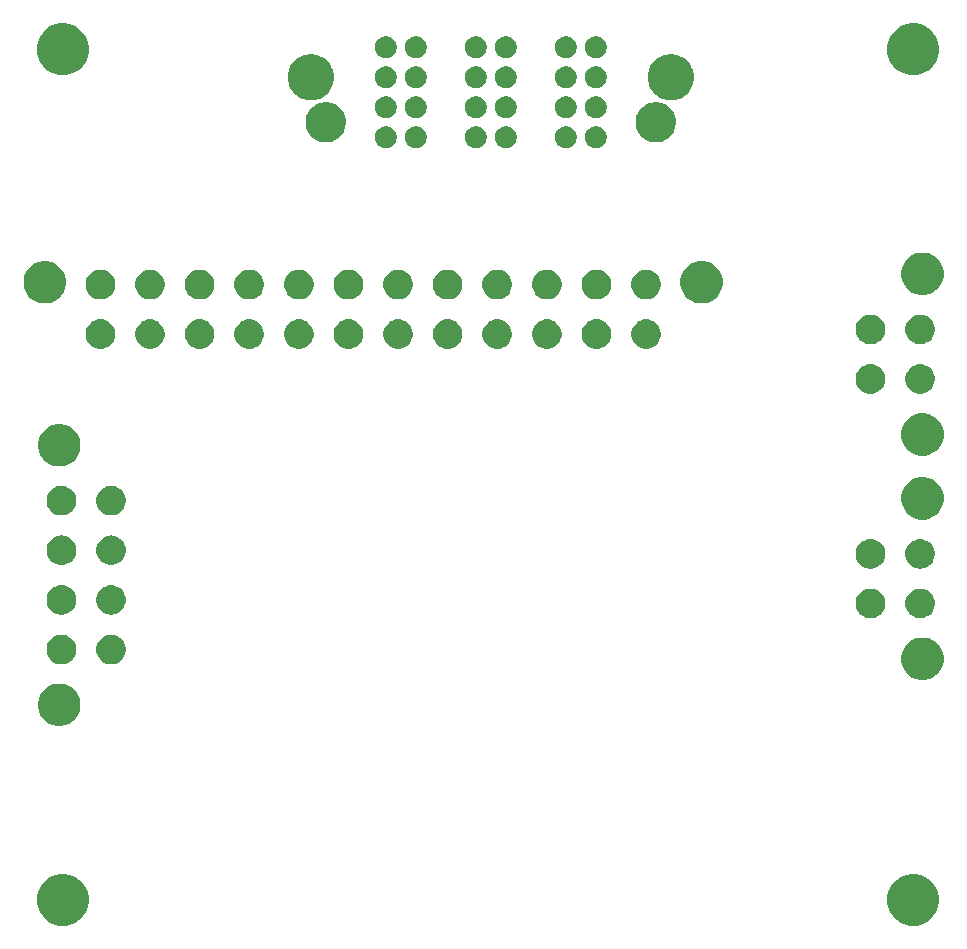
<source format=gbr>
G04 #@! TF.GenerationSoftware,KiCad,Pcbnew,(5.0.1)-3*
G04 #@! TF.CreationDate,2020-07-01T10:05:04+02:00*
G04 #@! TF.ProjectId,alim winterfell,616C696D2077696E74657266656C6C2E,rev?*
G04 #@! TF.SameCoordinates,PX632eb2cPY5b8d544*
G04 #@! TF.FileFunction,Soldermask,Bot*
G04 #@! TF.FilePolarity,Negative*
%FSLAX46Y46*%
G04 Gerber Fmt 4.6, Leading zero omitted, Abs format (unit mm)*
G04 Created by KiCad (PCBNEW (5.0.1)-3) date 01/07/2020 10:05:04*
%MOMM*%
%LPD*%
G01*
G04 APERTURE LIST*
%ADD10C,0.100000*%
G04 APERTURE END LIST*
D10*
G36*
X72654406Y2115718D02*
X73054965Y1949801D01*
X73415459Y1708927D01*
X73722027Y1402359D01*
X73962901Y1041865D01*
X74128818Y641306D01*
X74213400Y216081D01*
X74213400Y-217481D01*
X74128818Y-642706D01*
X73962901Y-1043265D01*
X73722027Y-1403759D01*
X73415459Y-1710327D01*
X73054965Y-1951201D01*
X72654406Y-2117118D01*
X72229181Y-2201700D01*
X71795619Y-2201700D01*
X71370394Y-2117118D01*
X70969835Y-1951201D01*
X70609341Y-1710327D01*
X70302773Y-1403759D01*
X70061899Y-1043265D01*
X69895982Y-642706D01*
X69811400Y-217481D01*
X69811400Y216081D01*
X69895982Y641306D01*
X70061899Y1041865D01*
X70302773Y1402359D01*
X70609341Y1708927D01*
X70969835Y1949801D01*
X71370394Y2115718D01*
X71795619Y2200300D01*
X72229181Y2200300D01*
X72654406Y2115718D01*
X72654406Y2115718D01*
G37*
G36*
X654406Y2115718D02*
X1054965Y1949801D01*
X1415459Y1708927D01*
X1722027Y1402359D01*
X1962901Y1041865D01*
X2128818Y641306D01*
X2213400Y216081D01*
X2213400Y-217481D01*
X2128818Y-642706D01*
X1962901Y-1043265D01*
X1722027Y-1403759D01*
X1415459Y-1710327D01*
X1054965Y-1951201D01*
X654406Y-2117118D01*
X229181Y-2201700D01*
X-204381Y-2201700D01*
X-629606Y-2117118D01*
X-1030165Y-1951201D01*
X-1390659Y-1710327D01*
X-1697227Y-1403759D01*
X-1938101Y-1043265D01*
X-2104018Y-642706D01*
X-2188600Y-217481D01*
X-2188600Y216081D01*
X-2104018Y641306D01*
X-1938101Y1041865D01*
X-1697227Y1402359D01*
X-1390659Y1708927D01*
X-1030165Y1949801D01*
X-629606Y2115718D01*
X-204381Y2200300D01*
X229181Y2200300D01*
X654406Y2115718D01*
X654406Y2115718D01*
G37*
G36*
X234031Y18231089D02*
X561792Y18095326D01*
X856773Y17898226D01*
X1107626Y17647373D01*
X1304726Y17352392D01*
X1440489Y17024631D01*
X1509700Y16676684D01*
X1509700Y16321916D01*
X1440489Y15973969D01*
X1304726Y15646208D01*
X1107626Y15351227D01*
X856773Y15100374D01*
X561792Y14903274D01*
X234031Y14767511D01*
X-113916Y14698300D01*
X-468684Y14698300D01*
X-816631Y14767511D01*
X-1144392Y14903274D01*
X-1439373Y15100374D01*
X-1690226Y15351227D01*
X-1887326Y15646208D01*
X-2023089Y15973969D01*
X-2092300Y16321916D01*
X-2092300Y16676684D01*
X-2023089Y17024631D01*
X-1887326Y17352392D01*
X-1690226Y17647373D01*
X-1439373Y17898226D01*
X-1144392Y18095326D01*
X-816631Y18231089D01*
X-468684Y18300300D01*
X-113916Y18300300D01*
X234031Y18231089D01*
X234031Y18231089D01*
G37*
G36*
X73316031Y22131089D02*
X73643792Y21995326D01*
X73938773Y21798226D01*
X74189626Y21547373D01*
X74386726Y21252392D01*
X74522489Y20924631D01*
X74591700Y20576684D01*
X74591700Y20221916D01*
X74522489Y19873969D01*
X74386726Y19546208D01*
X74189626Y19251227D01*
X73938773Y19000374D01*
X73643792Y18803274D01*
X73316031Y18667511D01*
X72968084Y18598300D01*
X72613316Y18598300D01*
X72265369Y18667511D01*
X71937608Y18803274D01*
X71642627Y19000374D01*
X71391774Y19251227D01*
X71194674Y19546208D01*
X71058911Y19873969D01*
X70989700Y20221916D01*
X70989700Y20576684D01*
X71058911Y20924631D01*
X71194674Y21252392D01*
X71391774Y21547373D01*
X71642627Y21798226D01*
X71937608Y21995326D01*
X72265369Y22131089D01*
X72613316Y22200300D01*
X72968084Y22200300D01*
X73316031Y22131089D01*
X73316031Y22131089D01*
G37*
G36*
X83335Y22438281D02*
X264603Y22402225D01*
X492271Y22307922D01*
X653338Y22200300D01*
X697169Y22171013D01*
X871413Y21996769D01*
X871415Y21996766D01*
X1008322Y21791871D01*
X1102625Y21564203D01*
X1150700Y21322513D01*
X1150700Y21076087D01*
X1102625Y20834397D01*
X1008322Y20606729D01*
X872032Y20402758D01*
X871413Y20401831D01*
X697169Y20227587D01*
X697166Y20227585D01*
X492271Y20090678D01*
X264603Y19996375D01*
X83336Y19960319D01*
X22914Y19948300D01*
X-223514Y19948300D01*
X-283936Y19960319D01*
X-465203Y19996375D01*
X-692871Y20090678D01*
X-897766Y20227585D01*
X-897769Y20227587D01*
X-1072013Y20401831D01*
X-1072632Y20402758D01*
X-1208922Y20606729D01*
X-1303225Y20834397D01*
X-1351300Y21076087D01*
X-1351300Y21322513D01*
X-1303225Y21564203D01*
X-1208922Y21791871D01*
X-1072015Y21996766D01*
X-1072013Y21996769D01*
X-897769Y22171013D01*
X-853938Y22200300D01*
X-692871Y22307922D01*
X-465203Y22402225D01*
X-283935Y22438281D01*
X-223514Y22450300D01*
X22914Y22450300D01*
X83335Y22438281D01*
X83335Y22438281D01*
G37*
G36*
X4283335Y22438281D02*
X4464603Y22402225D01*
X4692271Y22307922D01*
X4853338Y22200300D01*
X4897169Y22171013D01*
X5071413Y21996769D01*
X5071415Y21996766D01*
X5208322Y21791871D01*
X5302625Y21564203D01*
X5350700Y21322513D01*
X5350700Y21076087D01*
X5302625Y20834397D01*
X5208322Y20606729D01*
X5072032Y20402758D01*
X5071413Y20401831D01*
X4897169Y20227587D01*
X4897166Y20227585D01*
X4692271Y20090678D01*
X4464603Y19996375D01*
X4283336Y19960319D01*
X4222914Y19948300D01*
X3976486Y19948300D01*
X3916064Y19960319D01*
X3734797Y19996375D01*
X3507129Y20090678D01*
X3302234Y20227585D01*
X3302231Y20227587D01*
X3127987Y20401831D01*
X3127368Y20402758D01*
X2991078Y20606729D01*
X2896775Y20834397D01*
X2848700Y21076087D01*
X2848700Y21322513D01*
X2896775Y21564203D01*
X2991078Y21791871D01*
X3127985Y21996766D01*
X3127987Y21996769D01*
X3302231Y22171013D01*
X3346062Y22200300D01*
X3507129Y22307922D01*
X3734797Y22402225D01*
X3916065Y22438281D01*
X3976486Y22450300D01*
X4222914Y22450300D01*
X4283335Y22438281D01*
X4283335Y22438281D01*
G37*
G36*
X68583336Y26338281D02*
X68764603Y26302225D01*
X68992271Y26207922D01*
X69196242Y26071632D01*
X69197169Y26071013D01*
X69371413Y25896769D01*
X69371415Y25896766D01*
X69508322Y25691871D01*
X69602625Y25464203D01*
X69638681Y25282936D01*
X69640044Y25276087D01*
X69650700Y25222513D01*
X69650700Y24976087D01*
X69602625Y24734397D01*
X69508322Y24506729D01*
X69455439Y24427585D01*
X69371413Y24301831D01*
X69197169Y24127587D01*
X69197166Y24127585D01*
X68992271Y23990678D01*
X68764603Y23896375D01*
X68583335Y23860319D01*
X68522914Y23848300D01*
X68276486Y23848300D01*
X68216065Y23860319D01*
X68034797Y23896375D01*
X67807129Y23990678D01*
X67602234Y24127585D01*
X67602231Y24127587D01*
X67427987Y24301831D01*
X67343961Y24427585D01*
X67291078Y24506729D01*
X67196775Y24734397D01*
X67148700Y24976087D01*
X67148700Y25222513D01*
X67159357Y25276087D01*
X67160719Y25282936D01*
X67196775Y25464203D01*
X67291078Y25691871D01*
X67427985Y25896766D01*
X67427987Y25896769D01*
X67602231Y26071013D01*
X67603158Y26071632D01*
X67807129Y26207922D01*
X68034797Y26302225D01*
X68216064Y26338281D01*
X68276486Y26350300D01*
X68522914Y26350300D01*
X68583336Y26338281D01*
X68583336Y26338281D01*
G37*
G36*
X72783336Y26338281D02*
X72964603Y26302225D01*
X73192271Y26207922D01*
X73396242Y26071632D01*
X73397169Y26071013D01*
X73571413Y25896769D01*
X73571415Y25896766D01*
X73708322Y25691871D01*
X73802625Y25464203D01*
X73838681Y25282936D01*
X73840044Y25276087D01*
X73850700Y25222513D01*
X73850700Y24976087D01*
X73802625Y24734397D01*
X73708322Y24506729D01*
X73655439Y24427585D01*
X73571413Y24301831D01*
X73397169Y24127587D01*
X73397166Y24127585D01*
X73192271Y23990678D01*
X72964603Y23896375D01*
X72783335Y23860319D01*
X72722914Y23848300D01*
X72476486Y23848300D01*
X72416065Y23860319D01*
X72234797Y23896375D01*
X72007129Y23990678D01*
X71802234Y24127585D01*
X71802231Y24127587D01*
X71627987Y24301831D01*
X71543961Y24427585D01*
X71491078Y24506729D01*
X71396775Y24734397D01*
X71348700Y24976087D01*
X71348700Y25222513D01*
X71359357Y25276087D01*
X71360719Y25282936D01*
X71396775Y25464203D01*
X71491078Y25691871D01*
X71627985Y25896766D01*
X71627987Y25896769D01*
X71802231Y26071013D01*
X71803158Y26071632D01*
X72007129Y26207922D01*
X72234797Y26302225D01*
X72416064Y26338281D01*
X72476486Y26350300D01*
X72722914Y26350300D01*
X72783336Y26338281D01*
X72783336Y26338281D01*
G37*
G36*
X4283335Y26638281D02*
X4464603Y26602225D01*
X4692271Y26507922D01*
X4896242Y26371632D01*
X4897169Y26371013D01*
X5071413Y26196769D01*
X5071415Y26196766D01*
X5208322Y25991871D01*
X5302625Y25764203D01*
X5338681Y25582935D01*
X5350700Y25522514D01*
X5350700Y25276086D01*
X5338681Y25215665D01*
X5302625Y25034397D01*
X5208322Y24806729D01*
X5072032Y24602758D01*
X5071413Y24601831D01*
X4897169Y24427587D01*
X4897166Y24427585D01*
X4692271Y24290678D01*
X4464603Y24196375D01*
X4283336Y24160319D01*
X4222914Y24148300D01*
X3976486Y24148300D01*
X3916064Y24160319D01*
X3734797Y24196375D01*
X3507129Y24290678D01*
X3302234Y24427585D01*
X3302231Y24427587D01*
X3127987Y24601831D01*
X3127368Y24602758D01*
X2991078Y24806729D01*
X2896775Y25034397D01*
X2860719Y25215665D01*
X2848700Y25276086D01*
X2848700Y25522514D01*
X2860719Y25582935D01*
X2896775Y25764203D01*
X2991078Y25991871D01*
X3127985Y26196766D01*
X3127987Y26196769D01*
X3302231Y26371013D01*
X3303158Y26371632D01*
X3507129Y26507922D01*
X3734797Y26602225D01*
X3916065Y26638281D01*
X3976486Y26650300D01*
X4222914Y26650300D01*
X4283335Y26638281D01*
X4283335Y26638281D01*
G37*
G36*
X83335Y26638281D02*
X264603Y26602225D01*
X492271Y26507922D01*
X696242Y26371632D01*
X697169Y26371013D01*
X871413Y26196769D01*
X871415Y26196766D01*
X1008322Y25991871D01*
X1102625Y25764203D01*
X1138681Y25582935D01*
X1150700Y25522514D01*
X1150700Y25276086D01*
X1138681Y25215665D01*
X1102625Y25034397D01*
X1008322Y24806729D01*
X872032Y24602758D01*
X871413Y24601831D01*
X697169Y24427587D01*
X697166Y24427585D01*
X492271Y24290678D01*
X264603Y24196375D01*
X83336Y24160319D01*
X22914Y24148300D01*
X-223514Y24148300D01*
X-283936Y24160319D01*
X-465203Y24196375D01*
X-692871Y24290678D01*
X-897766Y24427585D01*
X-897769Y24427587D01*
X-1072013Y24601831D01*
X-1072632Y24602758D01*
X-1208922Y24806729D01*
X-1303225Y25034397D01*
X-1339281Y25215665D01*
X-1351300Y25276086D01*
X-1351300Y25522514D01*
X-1339281Y25582935D01*
X-1303225Y25764203D01*
X-1208922Y25991871D01*
X-1072015Y26196766D01*
X-1072013Y26196769D01*
X-897769Y26371013D01*
X-896842Y26371632D01*
X-692871Y26507922D01*
X-465203Y26602225D01*
X-283935Y26638281D01*
X-223514Y26650300D01*
X22914Y26650300D01*
X83335Y26638281D01*
X83335Y26638281D01*
G37*
G36*
X72783336Y30538281D02*
X72964603Y30502225D01*
X73192271Y30407922D01*
X73396242Y30271632D01*
X73397169Y30271013D01*
X73571413Y30096769D01*
X73571415Y30096766D01*
X73708322Y29891871D01*
X73802625Y29664203D01*
X73838681Y29482935D01*
X73840044Y29476087D01*
X73850700Y29422513D01*
X73850700Y29176087D01*
X73802625Y28934397D01*
X73708322Y28706729D01*
X73655439Y28627585D01*
X73571413Y28501831D01*
X73397169Y28327587D01*
X73397166Y28327585D01*
X73192271Y28190678D01*
X72964603Y28096375D01*
X72783335Y28060319D01*
X72722914Y28048300D01*
X72476486Y28048300D01*
X72416065Y28060319D01*
X72234797Y28096375D01*
X72007129Y28190678D01*
X71802234Y28327585D01*
X71802231Y28327587D01*
X71627987Y28501831D01*
X71543961Y28627585D01*
X71491078Y28706729D01*
X71396775Y28934397D01*
X71348700Y29176087D01*
X71348700Y29422513D01*
X71359357Y29476087D01*
X71360719Y29482935D01*
X71396775Y29664203D01*
X71491078Y29891871D01*
X71627985Y30096766D01*
X71627987Y30096769D01*
X71802231Y30271013D01*
X71803158Y30271632D01*
X72007129Y30407922D01*
X72234797Y30502225D01*
X72416064Y30538281D01*
X72476486Y30550300D01*
X72722914Y30550300D01*
X72783336Y30538281D01*
X72783336Y30538281D01*
G37*
G36*
X68583336Y30538281D02*
X68764603Y30502225D01*
X68992271Y30407922D01*
X69196242Y30271632D01*
X69197169Y30271013D01*
X69371413Y30096769D01*
X69371415Y30096766D01*
X69508322Y29891871D01*
X69602625Y29664203D01*
X69638681Y29482935D01*
X69640044Y29476087D01*
X69650700Y29422513D01*
X69650700Y29176087D01*
X69602625Y28934397D01*
X69508322Y28706729D01*
X69455439Y28627585D01*
X69371413Y28501831D01*
X69197169Y28327587D01*
X69197166Y28327585D01*
X68992271Y28190678D01*
X68764603Y28096375D01*
X68583335Y28060319D01*
X68522914Y28048300D01*
X68276486Y28048300D01*
X68216065Y28060319D01*
X68034797Y28096375D01*
X67807129Y28190678D01*
X67602234Y28327585D01*
X67602231Y28327587D01*
X67427987Y28501831D01*
X67343961Y28627585D01*
X67291078Y28706729D01*
X67196775Y28934397D01*
X67148700Y29176087D01*
X67148700Y29422513D01*
X67159357Y29476087D01*
X67160719Y29482935D01*
X67196775Y29664203D01*
X67291078Y29891871D01*
X67427985Y30096766D01*
X67427987Y30096769D01*
X67602231Y30271013D01*
X67603158Y30271632D01*
X67807129Y30407922D01*
X68034797Y30502225D01*
X68216064Y30538281D01*
X68276486Y30550300D01*
X68522914Y30550300D01*
X68583336Y30538281D01*
X68583336Y30538281D01*
G37*
G36*
X4283335Y30838281D02*
X4464603Y30802225D01*
X4692271Y30707922D01*
X4896242Y30571632D01*
X4897169Y30571013D01*
X5071413Y30396769D01*
X5071415Y30396766D01*
X5208322Y30191871D01*
X5302625Y29964203D01*
X5338681Y29782936D01*
X5350700Y29722514D01*
X5350700Y29476086D01*
X5338681Y29415665D01*
X5302625Y29234397D01*
X5208322Y29006729D01*
X5072032Y28802758D01*
X5071413Y28801831D01*
X4897169Y28627587D01*
X4897166Y28627585D01*
X4692271Y28490678D01*
X4464603Y28396375D01*
X4283335Y28360319D01*
X4222914Y28348300D01*
X3976486Y28348300D01*
X3916065Y28360319D01*
X3734797Y28396375D01*
X3507129Y28490678D01*
X3302234Y28627585D01*
X3302231Y28627587D01*
X3127987Y28801831D01*
X3127368Y28802758D01*
X2991078Y29006729D01*
X2896775Y29234397D01*
X2860719Y29415665D01*
X2848700Y29476086D01*
X2848700Y29722514D01*
X2860719Y29782936D01*
X2896775Y29964203D01*
X2991078Y30191871D01*
X3127985Y30396766D01*
X3127987Y30396769D01*
X3302231Y30571013D01*
X3303158Y30571632D01*
X3507129Y30707922D01*
X3734797Y30802225D01*
X3916065Y30838281D01*
X3976486Y30850300D01*
X4222914Y30850300D01*
X4283335Y30838281D01*
X4283335Y30838281D01*
G37*
G36*
X83335Y30838281D02*
X264603Y30802225D01*
X492271Y30707922D01*
X696242Y30571632D01*
X697169Y30571013D01*
X871413Y30396769D01*
X871415Y30396766D01*
X1008322Y30191871D01*
X1102625Y29964203D01*
X1138681Y29782936D01*
X1150700Y29722514D01*
X1150700Y29476086D01*
X1138681Y29415665D01*
X1102625Y29234397D01*
X1008322Y29006729D01*
X872032Y28802758D01*
X871413Y28801831D01*
X697169Y28627587D01*
X697166Y28627585D01*
X492271Y28490678D01*
X264603Y28396375D01*
X83335Y28360319D01*
X22914Y28348300D01*
X-223514Y28348300D01*
X-283935Y28360319D01*
X-465203Y28396375D01*
X-692871Y28490678D01*
X-897766Y28627585D01*
X-897769Y28627587D01*
X-1072013Y28801831D01*
X-1072632Y28802758D01*
X-1208922Y29006729D01*
X-1303225Y29234397D01*
X-1339281Y29415665D01*
X-1351300Y29476086D01*
X-1351300Y29722514D01*
X-1339281Y29782936D01*
X-1303225Y29964203D01*
X-1208922Y30191871D01*
X-1072015Y30396766D01*
X-1072013Y30396769D01*
X-897769Y30571013D01*
X-896842Y30571632D01*
X-692871Y30707922D01*
X-465203Y30802225D01*
X-283935Y30838281D01*
X-223514Y30850300D01*
X22914Y30850300D01*
X83335Y30838281D01*
X83335Y30838281D01*
G37*
G36*
X73316031Y35731089D02*
X73643792Y35595326D01*
X73938773Y35398226D01*
X74189626Y35147373D01*
X74386726Y34852392D01*
X74522489Y34524631D01*
X74591700Y34176684D01*
X74591700Y33821916D01*
X74522489Y33473969D01*
X74386726Y33146208D01*
X74189626Y32851227D01*
X73938773Y32600374D01*
X73643792Y32403274D01*
X73316031Y32267511D01*
X72968084Y32198300D01*
X72613316Y32198300D01*
X72265369Y32267511D01*
X71937608Y32403274D01*
X71642627Y32600374D01*
X71391774Y32851227D01*
X71194674Y33146208D01*
X71058911Y33473969D01*
X70989700Y33821916D01*
X70989700Y34176684D01*
X71058911Y34524631D01*
X71194674Y34852392D01*
X71391774Y35147373D01*
X71642627Y35398226D01*
X71937608Y35595326D01*
X72265369Y35731089D01*
X72613316Y35800300D01*
X72968084Y35800300D01*
X73316031Y35731089D01*
X73316031Y35731089D01*
G37*
G36*
X4283336Y35038281D02*
X4464603Y35002225D01*
X4692271Y34907922D01*
X4896242Y34771632D01*
X4897169Y34771013D01*
X5071413Y34596769D01*
X5071415Y34596766D01*
X5208322Y34391871D01*
X5302625Y34164203D01*
X5350700Y33922513D01*
X5350700Y33676087D01*
X5302625Y33434397D01*
X5208322Y33206729D01*
X5167882Y33146207D01*
X5071413Y33001831D01*
X4897169Y32827587D01*
X4897166Y32827585D01*
X4692271Y32690678D01*
X4464603Y32596375D01*
X4283336Y32560319D01*
X4222914Y32548300D01*
X3976486Y32548300D01*
X3916064Y32560319D01*
X3734797Y32596375D01*
X3507129Y32690678D01*
X3302234Y32827585D01*
X3302231Y32827587D01*
X3127987Y33001831D01*
X3031518Y33146207D01*
X2991078Y33206729D01*
X2896775Y33434397D01*
X2848700Y33676087D01*
X2848700Y33922513D01*
X2896775Y34164203D01*
X2991078Y34391871D01*
X3127985Y34596766D01*
X3127987Y34596769D01*
X3302231Y34771013D01*
X3303158Y34771632D01*
X3507129Y34907922D01*
X3734797Y35002225D01*
X3916064Y35038281D01*
X3976486Y35050300D01*
X4222914Y35050300D01*
X4283336Y35038281D01*
X4283336Y35038281D01*
G37*
G36*
X83336Y35038281D02*
X264603Y35002225D01*
X492271Y34907922D01*
X696242Y34771632D01*
X697169Y34771013D01*
X871413Y34596769D01*
X871415Y34596766D01*
X1008322Y34391871D01*
X1102625Y34164203D01*
X1150700Y33922513D01*
X1150700Y33676087D01*
X1102625Y33434397D01*
X1008322Y33206729D01*
X967882Y33146207D01*
X871413Y33001831D01*
X697169Y32827587D01*
X697166Y32827585D01*
X492271Y32690678D01*
X264603Y32596375D01*
X83336Y32560319D01*
X22914Y32548300D01*
X-223514Y32548300D01*
X-283936Y32560319D01*
X-465203Y32596375D01*
X-692871Y32690678D01*
X-897766Y32827585D01*
X-897769Y32827587D01*
X-1072013Y33001831D01*
X-1168482Y33146207D01*
X-1208922Y33206729D01*
X-1303225Y33434397D01*
X-1351300Y33676087D01*
X-1351300Y33922513D01*
X-1303225Y34164203D01*
X-1208922Y34391871D01*
X-1072015Y34596766D01*
X-1072013Y34596769D01*
X-897769Y34771013D01*
X-896842Y34771632D01*
X-692871Y34907922D01*
X-465203Y35002225D01*
X-283936Y35038281D01*
X-223514Y35050300D01*
X22914Y35050300D01*
X83336Y35038281D01*
X83336Y35038281D01*
G37*
G36*
X234031Y40231089D02*
X561792Y40095326D01*
X856773Y39898226D01*
X1107626Y39647373D01*
X1304726Y39352392D01*
X1440489Y39024631D01*
X1509700Y38676684D01*
X1509700Y38321916D01*
X1440489Y37973969D01*
X1304726Y37646208D01*
X1107626Y37351227D01*
X856773Y37100374D01*
X561792Y36903274D01*
X234031Y36767511D01*
X-113916Y36698300D01*
X-468684Y36698300D01*
X-816631Y36767511D01*
X-1144392Y36903274D01*
X-1439373Y37100374D01*
X-1690226Y37351227D01*
X-1887326Y37646208D01*
X-2023089Y37973969D01*
X-2092300Y38321916D01*
X-2092300Y38676684D01*
X-2023089Y39024631D01*
X-1887326Y39352392D01*
X-1690226Y39647373D01*
X-1439373Y39898226D01*
X-1144392Y40095326D01*
X-816631Y40231089D01*
X-468684Y40300300D01*
X-113916Y40300300D01*
X234031Y40231089D01*
X234031Y40231089D01*
G37*
G36*
X73316031Y41131089D02*
X73643792Y40995326D01*
X73938773Y40798226D01*
X74189626Y40547373D01*
X74386726Y40252392D01*
X74522489Y39924631D01*
X74591700Y39576684D01*
X74591700Y39221916D01*
X74522489Y38873969D01*
X74386726Y38546208D01*
X74189626Y38251227D01*
X73938773Y38000374D01*
X73643792Y37803274D01*
X73316031Y37667511D01*
X72968084Y37598300D01*
X72613316Y37598300D01*
X72265369Y37667511D01*
X71937608Y37803274D01*
X71642627Y38000374D01*
X71391774Y38251227D01*
X71194674Y38546208D01*
X71058911Y38873969D01*
X70989700Y39221916D01*
X70989700Y39576684D01*
X71058911Y39924631D01*
X71194674Y40252392D01*
X71391774Y40547373D01*
X71642627Y40798226D01*
X71937608Y40995326D01*
X72265369Y41131089D01*
X72613316Y41200300D01*
X72968084Y41200300D01*
X73316031Y41131089D01*
X73316031Y41131089D01*
G37*
G36*
X72783336Y45338281D02*
X72964603Y45302225D01*
X73192271Y45207922D01*
X73396242Y45071632D01*
X73397169Y45071013D01*
X73571413Y44896769D01*
X73571415Y44896766D01*
X73708322Y44691871D01*
X73802625Y44464203D01*
X73850700Y44222513D01*
X73850700Y43976087D01*
X73802625Y43734397D01*
X73708322Y43506729D01*
X73572032Y43302758D01*
X73571413Y43301831D01*
X73397169Y43127587D01*
X73397166Y43127585D01*
X73192271Y42990678D01*
X72964603Y42896375D01*
X72783335Y42860319D01*
X72722914Y42848300D01*
X72476486Y42848300D01*
X72416065Y42860319D01*
X72234797Y42896375D01*
X72007129Y42990678D01*
X71802234Y43127585D01*
X71802231Y43127587D01*
X71627987Y43301831D01*
X71627368Y43302758D01*
X71491078Y43506729D01*
X71396775Y43734397D01*
X71348700Y43976087D01*
X71348700Y44222513D01*
X71396775Y44464203D01*
X71491078Y44691871D01*
X71627985Y44896766D01*
X71627987Y44896769D01*
X71802231Y45071013D01*
X71803158Y45071632D01*
X72007129Y45207922D01*
X72234797Y45302225D01*
X72416065Y45338281D01*
X72476486Y45350300D01*
X72722914Y45350300D01*
X72783336Y45338281D01*
X72783336Y45338281D01*
G37*
G36*
X68583336Y45338281D02*
X68764603Y45302225D01*
X68992271Y45207922D01*
X69196242Y45071632D01*
X69197169Y45071013D01*
X69371413Y44896769D01*
X69371415Y44896766D01*
X69508322Y44691871D01*
X69602625Y44464203D01*
X69650700Y44222513D01*
X69650700Y43976087D01*
X69602625Y43734397D01*
X69508322Y43506729D01*
X69372032Y43302758D01*
X69371413Y43301831D01*
X69197169Y43127587D01*
X69197166Y43127585D01*
X68992271Y42990678D01*
X68764603Y42896375D01*
X68583335Y42860319D01*
X68522914Y42848300D01*
X68276486Y42848300D01*
X68216065Y42860319D01*
X68034797Y42896375D01*
X67807129Y42990678D01*
X67602234Y43127585D01*
X67602231Y43127587D01*
X67427987Y43301831D01*
X67427368Y43302758D01*
X67291078Y43506729D01*
X67196775Y43734397D01*
X67148700Y43976087D01*
X67148700Y44222513D01*
X67196775Y44464203D01*
X67291078Y44691871D01*
X67427985Y44896766D01*
X67427987Y44896769D01*
X67602231Y45071013D01*
X67603158Y45071632D01*
X67807129Y45207922D01*
X68034797Y45302225D01*
X68216065Y45338281D01*
X68276486Y45350300D01*
X68522914Y45350300D01*
X68583336Y45338281D01*
X68583336Y45338281D01*
G37*
G36*
X15983336Y49138281D02*
X16164603Y49102225D01*
X16392271Y49007922D01*
X16565953Y48891871D01*
X16597169Y48871013D01*
X16771413Y48696769D01*
X16771415Y48696766D01*
X16908322Y48491871D01*
X17002625Y48264203D01*
X17050700Y48022513D01*
X17050700Y47776087D01*
X17002625Y47534397D01*
X16908322Y47306729D01*
X16772032Y47102758D01*
X16771413Y47101831D01*
X16597169Y46927587D01*
X16597166Y46927585D01*
X16392271Y46790678D01*
X16164603Y46696375D01*
X15983335Y46660319D01*
X15922914Y46648300D01*
X15676486Y46648300D01*
X15616065Y46660319D01*
X15434797Y46696375D01*
X15207129Y46790678D01*
X15002234Y46927585D01*
X15002231Y46927587D01*
X14827987Y47101831D01*
X14827368Y47102758D01*
X14691078Y47306729D01*
X14596775Y47534397D01*
X14548700Y47776087D01*
X14548700Y48022513D01*
X14596775Y48264203D01*
X14691078Y48491871D01*
X14827985Y48696766D01*
X14827987Y48696769D01*
X15002231Y48871013D01*
X15033447Y48891871D01*
X15207129Y49007922D01*
X15434797Y49102225D01*
X15616065Y49138281D01*
X15676486Y49150300D01*
X15922914Y49150300D01*
X15983336Y49138281D01*
X15983336Y49138281D01*
G37*
G36*
X11783336Y49138281D02*
X11964603Y49102225D01*
X12192271Y49007922D01*
X12365953Y48891871D01*
X12397169Y48871013D01*
X12571413Y48696769D01*
X12571415Y48696766D01*
X12708322Y48491871D01*
X12802625Y48264203D01*
X12850700Y48022513D01*
X12850700Y47776087D01*
X12802625Y47534397D01*
X12708322Y47306729D01*
X12572032Y47102758D01*
X12571413Y47101831D01*
X12397169Y46927587D01*
X12397166Y46927585D01*
X12192271Y46790678D01*
X11964603Y46696375D01*
X11783335Y46660319D01*
X11722914Y46648300D01*
X11476486Y46648300D01*
X11416065Y46660319D01*
X11234797Y46696375D01*
X11007129Y46790678D01*
X10802234Y46927585D01*
X10802231Y46927587D01*
X10627987Y47101831D01*
X10627368Y47102758D01*
X10491078Y47306729D01*
X10396775Y47534397D01*
X10348700Y47776087D01*
X10348700Y48022513D01*
X10396775Y48264203D01*
X10491078Y48491871D01*
X10627985Y48696766D01*
X10627987Y48696769D01*
X10802231Y48871013D01*
X10833447Y48891871D01*
X11007129Y49007922D01*
X11234797Y49102225D01*
X11416065Y49138281D01*
X11476486Y49150300D01*
X11722914Y49150300D01*
X11783336Y49138281D01*
X11783336Y49138281D01*
G37*
G36*
X7583336Y49138281D02*
X7764603Y49102225D01*
X7992271Y49007922D01*
X8165953Y48891871D01*
X8197169Y48871013D01*
X8371413Y48696769D01*
X8371415Y48696766D01*
X8508322Y48491871D01*
X8602625Y48264203D01*
X8650700Y48022513D01*
X8650700Y47776087D01*
X8602625Y47534397D01*
X8508322Y47306729D01*
X8372032Y47102758D01*
X8371413Y47101831D01*
X8197169Y46927587D01*
X8197166Y46927585D01*
X7992271Y46790678D01*
X7764603Y46696375D01*
X7583335Y46660319D01*
X7522914Y46648300D01*
X7276486Y46648300D01*
X7216065Y46660319D01*
X7034797Y46696375D01*
X6807129Y46790678D01*
X6602234Y46927585D01*
X6602231Y46927587D01*
X6427987Y47101831D01*
X6427368Y47102758D01*
X6291078Y47306729D01*
X6196775Y47534397D01*
X6148700Y47776087D01*
X6148700Y48022513D01*
X6196775Y48264203D01*
X6291078Y48491871D01*
X6427985Y48696766D01*
X6427987Y48696769D01*
X6602231Y48871013D01*
X6633447Y48891871D01*
X6807129Y49007922D01*
X7034797Y49102225D01*
X7216065Y49138281D01*
X7276486Y49150300D01*
X7522914Y49150300D01*
X7583336Y49138281D01*
X7583336Y49138281D01*
G37*
G36*
X49583336Y49138281D02*
X49764603Y49102225D01*
X49992271Y49007922D01*
X50165953Y48891871D01*
X50197169Y48871013D01*
X50371413Y48696769D01*
X50371415Y48696766D01*
X50508322Y48491871D01*
X50602625Y48264203D01*
X50650700Y48022513D01*
X50650700Y47776087D01*
X50602625Y47534397D01*
X50508322Y47306729D01*
X50372032Y47102758D01*
X50371413Y47101831D01*
X50197169Y46927587D01*
X50197166Y46927585D01*
X49992271Y46790678D01*
X49764603Y46696375D01*
X49583335Y46660319D01*
X49522914Y46648300D01*
X49276486Y46648300D01*
X49216065Y46660319D01*
X49034797Y46696375D01*
X48807129Y46790678D01*
X48602234Y46927585D01*
X48602231Y46927587D01*
X48427987Y47101831D01*
X48427368Y47102758D01*
X48291078Y47306729D01*
X48196775Y47534397D01*
X48148700Y47776087D01*
X48148700Y48022513D01*
X48196775Y48264203D01*
X48291078Y48491871D01*
X48427985Y48696766D01*
X48427987Y48696769D01*
X48602231Y48871013D01*
X48633447Y48891871D01*
X48807129Y49007922D01*
X49034797Y49102225D01*
X49216065Y49138281D01*
X49276486Y49150300D01*
X49522914Y49150300D01*
X49583336Y49138281D01*
X49583336Y49138281D01*
G37*
G36*
X45383336Y49138281D02*
X45564603Y49102225D01*
X45792271Y49007922D01*
X45965953Y48891871D01*
X45997169Y48871013D01*
X46171413Y48696769D01*
X46171415Y48696766D01*
X46308322Y48491871D01*
X46402625Y48264203D01*
X46450700Y48022513D01*
X46450700Y47776087D01*
X46402625Y47534397D01*
X46308322Y47306729D01*
X46172032Y47102758D01*
X46171413Y47101831D01*
X45997169Y46927587D01*
X45997166Y46927585D01*
X45792271Y46790678D01*
X45564603Y46696375D01*
X45383335Y46660319D01*
X45322914Y46648300D01*
X45076486Y46648300D01*
X45016065Y46660319D01*
X44834797Y46696375D01*
X44607129Y46790678D01*
X44402234Y46927585D01*
X44402231Y46927587D01*
X44227987Y47101831D01*
X44227368Y47102758D01*
X44091078Y47306729D01*
X43996775Y47534397D01*
X43948700Y47776087D01*
X43948700Y48022513D01*
X43996775Y48264203D01*
X44091078Y48491871D01*
X44227985Y48696766D01*
X44227987Y48696769D01*
X44402231Y48871013D01*
X44433447Y48891871D01*
X44607129Y49007922D01*
X44834797Y49102225D01*
X45016065Y49138281D01*
X45076486Y49150300D01*
X45322914Y49150300D01*
X45383336Y49138281D01*
X45383336Y49138281D01*
G37*
G36*
X41183336Y49138281D02*
X41364603Y49102225D01*
X41592271Y49007922D01*
X41765953Y48891871D01*
X41797169Y48871013D01*
X41971413Y48696769D01*
X41971415Y48696766D01*
X42108322Y48491871D01*
X42202625Y48264203D01*
X42250700Y48022513D01*
X42250700Y47776087D01*
X42202625Y47534397D01*
X42108322Y47306729D01*
X41972032Y47102758D01*
X41971413Y47101831D01*
X41797169Y46927587D01*
X41797166Y46927585D01*
X41592271Y46790678D01*
X41364603Y46696375D01*
X41183335Y46660319D01*
X41122914Y46648300D01*
X40876486Y46648300D01*
X40816065Y46660319D01*
X40634797Y46696375D01*
X40407129Y46790678D01*
X40202234Y46927585D01*
X40202231Y46927587D01*
X40027987Y47101831D01*
X40027368Y47102758D01*
X39891078Y47306729D01*
X39796775Y47534397D01*
X39748700Y47776087D01*
X39748700Y48022513D01*
X39796775Y48264203D01*
X39891078Y48491871D01*
X40027985Y48696766D01*
X40027987Y48696769D01*
X40202231Y48871013D01*
X40233447Y48891871D01*
X40407129Y49007922D01*
X40634797Y49102225D01*
X40816065Y49138281D01*
X40876486Y49150300D01*
X41122914Y49150300D01*
X41183336Y49138281D01*
X41183336Y49138281D01*
G37*
G36*
X36983336Y49138281D02*
X37164603Y49102225D01*
X37392271Y49007922D01*
X37565953Y48891871D01*
X37597169Y48871013D01*
X37771413Y48696769D01*
X37771415Y48696766D01*
X37908322Y48491871D01*
X38002625Y48264203D01*
X38050700Y48022513D01*
X38050700Y47776087D01*
X38002625Y47534397D01*
X37908322Y47306729D01*
X37772032Y47102758D01*
X37771413Y47101831D01*
X37597169Y46927587D01*
X37597166Y46927585D01*
X37392271Y46790678D01*
X37164603Y46696375D01*
X36983335Y46660319D01*
X36922914Y46648300D01*
X36676486Y46648300D01*
X36616065Y46660319D01*
X36434797Y46696375D01*
X36207129Y46790678D01*
X36002234Y46927585D01*
X36002231Y46927587D01*
X35827987Y47101831D01*
X35827368Y47102758D01*
X35691078Y47306729D01*
X35596775Y47534397D01*
X35548700Y47776087D01*
X35548700Y48022513D01*
X35596775Y48264203D01*
X35691078Y48491871D01*
X35827985Y48696766D01*
X35827987Y48696769D01*
X36002231Y48871013D01*
X36033447Y48891871D01*
X36207129Y49007922D01*
X36434797Y49102225D01*
X36616065Y49138281D01*
X36676486Y49150300D01*
X36922914Y49150300D01*
X36983336Y49138281D01*
X36983336Y49138281D01*
G37*
G36*
X32783336Y49138281D02*
X32964603Y49102225D01*
X33192271Y49007922D01*
X33365953Y48891871D01*
X33397169Y48871013D01*
X33571413Y48696769D01*
X33571415Y48696766D01*
X33708322Y48491871D01*
X33802625Y48264203D01*
X33850700Y48022513D01*
X33850700Y47776087D01*
X33802625Y47534397D01*
X33708322Y47306729D01*
X33572032Y47102758D01*
X33571413Y47101831D01*
X33397169Y46927587D01*
X33397166Y46927585D01*
X33192271Y46790678D01*
X32964603Y46696375D01*
X32783335Y46660319D01*
X32722914Y46648300D01*
X32476486Y46648300D01*
X32416065Y46660319D01*
X32234797Y46696375D01*
X32007129Y46790678D01*
X31802234Y46927585D01*
X31802231Y46927587D01*
X31627987Y47101831D01*
X31627368Y47102758D01*
X31491078Y47306729D01*
X31396775Y47534397D01*
X31348700Y47776087D01*
X31348700Y48022513D01*
X31396775Y48264203D01*
X31491078Y48491871D01*
X31627985Y48696766D01*
X31627987Y48696769D01*
X31802231Y48871013D01*
X31833447Y48891871D01*
X32007129Y49007922D01*
X32234797Y49102225D01*
X32416065Y49138281D01*
X32476486Y49150300D01*
X32722914Y49150300D01*
X32783336Y49138281D01*
X32783336Y49138281D01*
G37*
G36*
X28583336Y49138281D02*
X28764603Y49102225D01*
X28992271Y49007922D01*
X29165953Y48891871D01*
X29197169Y48871013D01*
X29371413Y48696769D01*
X29371415Y48696766D01*
X29508322Y48491871D01*
X29602625Y48264203D01*
X29650700Y48022513D01*
X29650700Y47776087D01*
X29602625Y47534397D01*
X29508322Y47306729D01*
X29372032Y47102758D01*
X29371413Y47101831D01*
X29197169Y46927587D01*
X29197166Y46927585D01*
X28992271Y46790678D01*
X28764603Y46696375D01*
X28583335Y46660319D01*
X28522914Y46648300D01*
X28276486Y46648300D01*
X28216065Y46660319D01*
X28034797Y46696375D01*
X27807129Y46790678D01*
X27602234Y46927585D01*
X27602231Y46927587D01*
X27427987Y47101831D01*
X27427368Y47102758D01*
X27291078Y47306729D01*
X27196775Y47534397D01*
X27148700Y47776087D01*
X27148700Y48022513D01*
X27196775Y48264203D01*
X27291078Y48491871D01*
X27427985Y48696766D01*
X27427987Y48696769D01*
X27602231Y48871013D01*
X27633447Y48891871D01*
X27807129Y49007922D01*
X28034797Y49102225D01*
X28216065Y49138281D01*
X28276486Y49150300D01*
X28522914Y49150300D01*
X28583336Y49138281D01*
X28583336Y49138281D01*
G37*
G36*
X24383336Y49138281D02*
X24564603Y49102225D01*
X24792271Y49007922D01*
X24965953Y48891871D01*
X24997169Y48871013D01*
X25171413Y48696769D01*
X25171415Y48696766D01*
X25308322Y48491871D01*
X25402625Y48264203D01*
X25450700Y48022513D01*
X25450700Y47776087D01*
X25402625Y47534397D01*
X25308322Y47306729D01*
X25172032Y47102758D01*
X25171413Y47101831D01*
X24997169Y46927587D01*
X24997166Y46927585D01*
X24792271Y46790678D01*
X24564603Y46696375D01*
X24383335Y46660319D01*
X24322914Y46648300D01*
X24076486Y46648300D01*
X24016065Y46660319D01*
X23834797Y46696375D01*
X23607129Y46790678D01*
X23402234Y46927585D01*
X23402231Y46927587D01*
X23227987Y47101831D01*
X23227368Y47102758D01*
X23091078Y47306729D01*
X22996775Y47534397D01*
X22948700Y47776087D01*
X22948700Y48022513D01*
X22996775Y48264203D01*
X23091078Y48491871D01*
X23227985Y48696766D01*
X23227987Y48696769D01*
X23402231Y48871013D01*
X23433447Y48891871D01*
X23607129Y49007922D01*
X23834797Y49102225D01*
X24016065Y49138281D01*
X24076486Y49150300D01*
X24322914Y49150300D01*
X24383336Y49138281D01*
X24383336Y49138281D01*
G37*
G36*
X20183336Y49138281D02*
X20364603Y49102225D01*
X20592271Y49007922D01*
X20765953Y48891871D01*
X20797169Y48871013D01*
X20971413Y48696769D01*
X20971415Y48696766D01*
X21108322Y48491871D01*
X21202625Y48264203D01*
X21250700Y48022513D01*
X21250700Y47776087D01*
X21202625Y47534397D01*
X21108322Y47306729D01*
X20972032Y47102758D01*
X20971413Y47101831D01*
X20797169Y46927587D01*
X20797166Y46927585D01*
X20592271Y46790678D01*
X20364603Y46696375D01*
X20183335Y46660319D01*
X20122914Y46648300D01*
X19876486Y46648300D01*
X19816065Y46660319D01*
X19634797Y46696375D01*
X19407129Y46790678D01*
X19202234Y46927585D01*
X19202231Y46927587D01*
X19027987Y47101831D01*
X19027368Y47102758D01*
X18891078Y47306729D01*
X18796775Y47534397D01*
X18748700Y47776087D01*
X18748700Y48022513D01*
X18796775Y48264203D01*
X18891078Y48491871D01*
X19027985Y48696766D01*
X19027987Y48696769D01*
X19202231Y48871013D01*
X19233447Y48891871D01*
X19407129Y49007922D01*
X19634797Y49102225D01*
X19816065Y49138281D01*
X19876486Y49150300D01*
X20122914Y49150300D01*
X20183336Y49138281D01*
X20183336Y49138281D01*
G37*
G36*
X3383336Y49138281D02*
X3564603Y49102225D01*
X3792271Y49007922D01*
X3965953Y48891871D01*
X3997169Y48871013D01*
X4171413Y48696769D01*
X4171415Y48696766D01*
X4308322Y48491871D01*
X4402625Y48264203D01*
X4450700Y48022513D01*
X4450700Y47776087D01*
X4402625Y47534397D01*
X4308322Y47306729D01*
X4172032Y47102758D01*
X4171413Y47101831D01*
X3997169Y46927587D01*
X3997166Y46927585D01*
X3792271Y46790678D01*
X3564603Y46696375D01*
X3383335Y46660319D01*
X3322914Y46648300D01*
X3076486Y46648300D01*
X3016065Y46660319D01*
X2834797Y46696375D01*
X2607129Y46790678D01*
X2402234Y46927585D01*
X2402231Y46927587D01*
X2227987Y47101831D01*
X2227368Y47102758D01*
X2091078Y47306729D01*
X1996775Y47534397D01*
X1948700Y47776087D01*
X1948700Y48022513D01*
X1996775Y48264203D01*
X2091078Y48491871D01*
X2227985Y48696766D01*
X2227987Y48696769D01*
X2402231Y48871013D01*
X2433447Y48891871D01*
X2607129Y49007922D01*
X2834797Y49102225D01*
X3016065Y49138281D01*
X3076486Y49150300D01*
X3322914Y49150300D01*
X3383336Y49138281D01*
X3383336Y49138281D01*
G37*
G36*
X68583336Y49538281D02*
X68764603Y49502225D01*
X68992271Y49407922D01*
X69196242Y49271632D01*
X69197169Y49271013D01*
X69371413Y49096769D01*
X69371415Y49096766D01*
X69508322Y48891871D01*
X69602625Y48664203D01*
X69650700Y48422513D01*
X69650700Y48176087D01*
X69602625Y47934397D01*
X69508322Y47706729D01*
X69393175Y47534400D01*
X69371413Y47501831D01*
X69197169Y47327587D01*
X69197166Y47327585D01*
X68992271Y47190678D01*
X68764603Y47096375D01*
X68583336Y47060319D01*
X68522914Y47048300D01*
X68276486Y47048300D01*
X68216064Y47060319D01*
X68034797Y47096375D01*
X67807129Y47190678D01*
X67602234Y47327585D01*
X67602231Y47327587D01*
X67427987Y47501831D01*
X67406225Y47534400D01*
X67291078Y47706729D01*
X67196775Y47934397D01*
X67148700Y48176087D01*
X67148700Y48422513D01*
X67196775Y48664203D01*
X67291078Y48891871D01*
X67427985Y49096766D01*
X67427987Y49096769D01*
X67602231Y49271013D01*
X67603158Y49271632D01*
X67807129Y49407922D01*
X68034797Y49502225D01*
X68216064Y49538281D01*
X68276486Y49550300D01*
X68522914Y49550300D01*
X68583336Y49538281D01*
X68583336Y49538281D01*
G37*
G36*
X72783336Y49538281D02*
X72964603Y49502225D01*
X73192271Y49407922D01*
X73396242Y49271632D01*
X73397169Y49271013D01*
X73571413Y49096769D01*
X73571415Y49096766D01*
X73708322Y48891871D01*
X73802625Y48664203D01*
X73850700Y48422513D01*
X73850700Y48176087D01*
X73802625Y47934397D01*
X73708322Y47706729D01*
X73593175Y47534400D01*
X73571413Y47501831D01*
X73397169Y47327587D01*
X73397166Y47327585D01*
X73192271Y47190678D01*
X72964603Y47096375D01*
X72783336Y47060319D01*
X72722914Y47048300D01*
X72476486Y47048300D01*
X72416064Y47060319D01*
X72234797Y47096375D01*
X72007129Y47190678D01*
X71802234Y47327585D01*
X71802231Y47327587D01*
X71627987Y47501831D01*
X71606225Y47534400D01*
X71491078Y47706729D01*
X71396775Y47934397D01*
X71348700Y48176087D01*
X71348700Y48422513D01*
X71396775Y48664203D01*
X71491078Y48891871D01*
X71627985Y49096766D01*
X71627987Y49096769D01*
X71802231Y49271013D01*
X71803158Y49271632D01*
X72007129Y49407922D01*
X72234797Y49502225D01*
X72416064Y49538281D01*
X72476486Y49550300D01*
X72722914Y49550300D01*
X72783336Y49538281D01*
X72783336Y49538281D01*
G37*
G36*
X54625031Y54031089D02*
X54952792Y53895326D01*
X55247773Y53698226D01*
X55498626Y53447373D01*
X55695726Y53152392D01*
X55831489Y52824631D01*
X55900700Y52476684D01*
X55900700Y52121916D01*
X55831489Y51773969D01*
X55695726Y51446208D01*
X55498626Y51151227D01*
X55247773Y50900374D01*
X54952792Y50703274D01*
X54625031Y50567511D01*
X54277084Y50498300D01*
X53922316Y50498300D01*
X53574369Y50567511D01*
X53246608Y50703274D01*
X52951627Y50900374D01*
X52700774Y51151227D01*
X52503674Y51446208D01*
X52367911Y51773969D01*
X52298700Y52121916D01*
X52298700Y52476684D01*
X52367911Y52824631D01*
X52503674Y53152392D01*
X52700774Y53447373D01*
X52951627Y53698226D01*
X53246608Y53895326D01*
X53574369Y54031089D01*
X53922316Y54100300D01*
X54277084Y54100300D01*
X54625031Y54031089D01*
X54625031Y54031089D01*
G37*
G36*
X-974969Y54031089D02*
X-647208Y53895326D01*
X-352227Y53698226D01*
X-101374Y53447373D01*
X95726Y53152392D01*
X231489Y52824631D01*
X300700Y52476684D01*
X300700Y52121916D01*
X231489Y51773969D01*
X95726Y51446208D01*
X-101374Y51151227D01*
X-352227Y50900374D01*
X-647208Y50703274D01*
X-974969Y50567511D01*
X-1322916Y50498300D01*
X-1677684Y50498300D01*
X-2025631Y50567511D01*
X-2353392Y50703274D01*
X-2648373Y50900374D01*
X-2899226Y51151227D01*
X-3096326Y51446208D01*
X-3232089Y51773969D01*
X-3301300Y52121916D01*
X-3301300Y52476684D01*
X-3232089Y52824631D01*
X-3096326Y53152392D01*
X-2899226Y53447373D01*
X-2648373Y53698226D01*
X-2353392Y53895326D01*
X-2025631Y54031089D01*
X-1677684Y54100300D01*
X-1322916Y54100300D01*
X-974969Y54031089D01*
X-974969Y54031089D01*
G37*
G36*
X3383336Y53338281D02*
X3564603Y53302225D01*
X3792271Y53207922D01*
X3996242Y53071632D01*
X3997169Y53071013D01*
X4171413Y52896769D01*
X4171415Y52896766D01*
X4308322Y52691871D01*
X4402625Y52464203D01*
X4450700Y52222513D01*
X4450700Y51976087D01*
X4402625Y51734397D01*
X4308322Y51506729D01*
X4239195Y51403274D01*
X4171413Y51301831D01*
X3997169Y51127587D01*
X3997166Y51127585D01*
X3792271Y50990678D01*
X3564603Y50896375D01*
X3383336Y50860319D01*
X3322914Y50848300D01*
X3076486Y50848300D01*
X3016064Y50860319D01*
X2834797Y50896375D01*
X2607129Y50990678D01*
X2402234Y51127585D01*
X2402231Y51127587D01*
X2227987Y51301831D01*
X2160205Y51403274D01*
X2091078Y51506729D01*
X1996775Y51734397D01*
X1948700Y51976087D01*
X1948700Y52222513D01*
X1996775Y52464203D01*
X2091078Y52691871D01*
X2227985Y52896766D01*
X2227987Y52896769D01*
X2402231Y53071013D01*
X2403158Y53071632D01*
X2607129Y53207922D01*
X2834797Y53302225D01*
X3016065Y53338281D01*
X3076486Y53350300D01*
X3322914Y53350300D01*
X3383336Y53338281D01*
X3383336Y53338281D01*
G37*
G36*
X7583336Y53338281D02*
X7764603Y53302225D01*
X7992271Y53207922D01*
X8196242Y53071632D01*
X8197169Y53071013D01*
X8371413Y52896769D01*
X8371415Y52896766D01*
X8508322Y52691871D01*
X8602625Y52464203D01*
X8650700Y52222513D01*
X8650700Y51976087D01*
X8602625Y51734397D01*
X8508322Y51506729D01*
X8439195Y51403274D01*
X8371413Y51301831D01*
X8197169Y51127587D01*
X8197166Y51127585D01*
X7992271Y50990678D01*
X7764603Y50896375D01*
X7583336Y50860319D01*
X7522914Y50848300D01*
X7276486Y50848300D01*
X7216064Y50860319D01*
X7034797Y50896375D01*
X6807129Y50990678D01*
X6602234Y51127585D01*
X6602231Y51127587D01*
X6427987Y51301831D01*
X6360205Y51403274D01*
X6291078Y51506729D01*
X6196775Y51734397D01*
X6148700Y51976087D01*
X6148700Y52222513D01*
X6196775Y52464203D01*
X6291078Y52691871D01*
X6427985Y52896766D01*
X6427987Y52896769D01*
X6602231Y53071013D01*
X6603158Y53071632D01*
X6807129Y53207922D01*
X7034797Y53302225D01*
X7216065Y53338281D01*
X7276486Y53350300D01*
X7522914Y53350300D01*
X7583336Y53338281D01*
X7583336Y53338281D01*
G37*
G36*
X11783336Y53338281D02*
X11964603Y53302225D01*
X12192271Y53207922D01*
X12396242Y53071632D01*
X12397169Y53071013D01*
X12571413Y52896769D01*
X12571415Y52896766D01*
X12708322Y52691871D01*
X12802625Y52464203D01*
X12850700Y52222513D01*
X12850700Y51976087D01*
X12802625Y51734397D01*
X12708322Y51506729D01*
X12639195Y51403274D01*
X12571413Y51301831D01*
X12397169Y51127587D01*
X12397166Y51127585D01*
X12192271Y50990678D01*
X11964603Y50896375D01*
X11783336Y50860319D01*
X11722914Y50848300D01*
X11476486Y50848300D01*
X11416064Y50860319D01*
X11234797Y50896375D01*
X11007129Y50990678D01*
X10802234Y51127585D01*
X10802231Y51127587D01*
X10627987Y51301831D01*
X10560205Y51403274D01*
X10491078Y51506729D01*
X10396775Y51734397D01*
X10348700Y51976087D01*
X10348700Y52222513D01*
X10396775Y52464203D01*
X10491078Y52691871D01*
X10627985Y52896766D01*
X10627987Y52896769D01*
X10802231Y53071013D01*
X10803158Y53071632D01*
X11007129Y53207922D01*
X11234797Y53302225D01*
X11416065Y53338281D01*
X11476486Y53350300D01*
X11722914Y53350300D01*
X11783336Y53338281D01*
X11783336Y53338281D01*
G37*
G36*
X45383336Y53338281D02*
X45564603Y53302225D01*
X45792271Y53207922D01*
X45996242Y53071632D01*
X45997169Y53071013D01*
X46171413Y52896769D01*
X46171415Y52896766D01*
X46308322Y52691871D01*
X46402625Y52464203D01*
X46450700Y52222513D01*
X46450700Y51976087D01*
X46402625Y51734397D01*
X46308322Y51506729D01*
X46239195Y51403274D01*
X46171413Y51301831D01*
X45997169Y51127587D01*
X45997166Y51127585D01*
X45792271Y50990678D01*
X45564603Y50896375D01*
X45383336Y50860319D01*
X45322914Y50848300D01*
X45076486Y50848300D01*
X45016064Y50860319D01*
X44834797Y50896375D01*
X44607129Y50990678D01*
X44402234Y51127585D01*
X44402231Y51127587D01*
X44227987Y51301831D01*
X44160205Y51403274D01*
X44091078Y51506729D01*
X43996775Y51734397D01*
X43948700Y51976087D01*
X43948700Y52222513D01*
X43996775Y52464203D01*
X44091078Y52691871D01*
X44227985Y52896766D01*
X44227987Y52896769D01*
X44402231Y53071013D01*
X44403158Y53071632D01*
X44607129Y53207922D01*
X44834797Y53302225D01*
X45016065Y53338281D01*
X45076486Y53350300D01*
X45322914Y53350300D01*
X45383336Y53338281D01*
X45383336Y53338281D01*
G37*
G36*
X15983336Y53338281D02*
X16164603Y53302225D01*
X16392271Y53207922D01*
X16596242Y53071632D01*
X16597169Y53071013D01*
X16771413Y52896769D01*
X16771415Y52896766D01*
X16908322Y52691871D01*
X17002625Y52464203D01*
X17050700Y52222513D01*
X17050700Y51976087D01*
X17002625Y51734397D01*
X16908322Y51506729D01*
X16839195Y51403274D01*
X16771413Y51301831D01*
X16597169Y51127587D01*
X16597166Y51127585D01*
X16392271Y50990678D01*
X16164603Y50896375D01*
X15983336Y50860319D01*
X15922914Y50848300D01*
X15676486Y50848300D01*
X15616064Y50860319D01*
X15434797Y50896375D01*
X15207129Y50990678D01*
X15002234Y51127585D01*
X15002231Y51127587D01*
X14827987Y51301831D01*
X14760205Y51403274D01*
X14691078Y51506729D01*
X14596775Y51734397D01*
X14548700Y51976087D01*
X14548700Y52222513D01*
X14596775Y52464203D01*
X14691078Y52691871D01*
X14827985Y52896766D01*
X14827987Y52896769D01*
X15002231Y53071013D01*
X15003158Y53071632D01*
X15207129Y53207922D01*
X15434797Y53302225D01*
X15616065Y53338281D01*
X15676486Y53350300D01*
X15922914Y53350300D01*
X15983336Y53338281D01*
X15983336Y53338281D01*
G37*
G36*
X20183336Y53338281D02*
X20364603Y53302225D01*
X20592271Y53207922D01*
X20796242Y53071632D01*
X20797169Y53071013D01*
X20971413Y52896769D01*
X20971415Y52896766D01*
X21108322Y52691871D01*
X21202625Y52464203D01*
X21250700Y52222513D01*
X21250700Y51976087D01*
X21202625Y51734397D01*
X21108322Y51506729D01*
X21039195Y51403274D01*
X20971413Y51301831D01*
X20797169Y51127587D01*
X20797166Y51127585D01*
X20592271Y50990678D01*
X20364603Y50896375D01*
X20183336Y50860319D01*
X20122914Y50848300D01*
X19876486Y50848300D01*
X19816064Y50860319D01*
X19634797Y50896375D01*
X19407129Y50990678D01*
X19202234Y51127585D01*
X19202231Y51127587D01*
X19027987Y51301831D01*
X18960205Y51403274D01*
X18891078Y51506729D01*
X18796775Y51734397D01*
X18748700Y51976087D01*
X18748700Y52222513D01*
X18796775Y52464203D01*
X18891078Y52691871D01*
X19027985Y52896766D01*
X19027987Y52896769D01*
X19202231Y53071013D01*
X19203158Y53071632D01*
X19407129Y53207922D01*
X19634797Y53302225D01*
X19816065Y53338281D01*
X19876486Y53350300D01*
X20122914Y53350300D01*
X20183336Y53338281D01*
X20183336Y53338281D01*
G37*
G36*
X28583336Y53338281D02*
X28764603Y53302225D01*
X28992271Y53207922D01*
X29196242Y53071632D01*
X29197169Y53071013D01*
X29371413Y52896769D01*
X29371415Y52896766D01*
X29508322Y52691871D01*
X29602625Y52464203D01*
X29650700Y52222513D01*
X29650700Y51976087D01*
X29602625Y51734397D01*
X29508322Y51506729D01*
X29439195Y51403274D01*
X29371413Y51301831D01*
X29197169Y51127587D01*
X29197166Y51127585D01*
X28992271Y50990678D01*
X28764603Y50896375D01*
X28583336Y50860319D01*
X28522914Y50848300D01*
X28276486Y50848300D01*
X28216064Y50860319D01*
X28034797Y50896375D01*
X27807129Y50990678D01*
X27602234Y51127585D01*
X27602231Y51127587D01*
X27427987Y51301831D01*
X27360205Y51403274D01*
X27291078Y51506729D01*
X27196775Y51734397D01*
X27148700Y51976087D01*
X27148700Y52222513D01*
X27196775Y52464203D01*
X27291078Y52691871D01*
X27427985Y52896766D01*
X27427987Y52896769D01*
X27602231Y53071013D01*
X27603158Y53071632D01*
X27807129Y53207922D01*
X28034797Y53302225D01*
X28216065Y53338281D01*
X28276486Y53350300D01*
X28522914Y53350300D01*
X28583336Y53338281D01*
X28583336Y53338281D01*
G37*
G36*
X24383336Y53338281D02*
X24564603Y53302225D01*
X24792271Y53207922D01*
X24996242Y53071632D01*
X24997169Y53071013D01*
X25171413Y52896769D01*
X25171415Y52896766D01*
X25308322Y52691871D01*
X25402625Y52464203D01*
X25450700Y52222513D01*
X25450700Y51976087D01*
X25402625Y51734397D01*
X25308322Y51506729D01*
X25239195Y51403274D01*
X25171413Y51301831D01*
X24997169Y51127587D01*
X24997166Y51127585D01*
X24792271Y50990678D01*
X24564603Y50896375D01*
X24383336Y50860319D01*
X24322914Y50848300D01*
X24076486Y50848300D01*
X24016064Y50860319D01*
X23834797Y50896375D01*
X23607129Y50990678D01*
X23402234Y51127585D01*
X23402231Y51127587D01*
X23227987Y51301831D01*
X23160205Y51403274D01*
X23091078Y51506729D01*
X22996775Y51734397D01*
X22948700Y51976087D01*
X22948700Y52222513D01*
X22996775Y52464203D01*
X23091078Y52691871D01*
X23227985Y52896766D01*
X23227987Y52896769D01*
X23402231Y53071013D01*
X23403158Y53071632D01*
X23607129Y53207922D01*
X23834797Y53302225D01*
X24016065Y53338281D01*
X24076486Y53350300D01*
X24322914Y53350300D01*
X24383336Y53338281D01*
X24383336Y53338281D01*
G37*
G36*
X36983336Y53338281D02*
X37164603Y53302225D01*
X37392271Y53207922D01*
X37596242Y53071632D01*
X37597169Y53071013D01*
X37771413Y52896769D01*
X37771415Y52896766D01*
X37908322Y52691871D01*
X38002625Y52464203D01*
X38050700Y52222513D01*
X38050700Y51976087D01*
X38002625Y51734397D01*
X37908322Y51506729D01*
X37839195Y51403274D01*
X37771413Y51301831D01*
X37597169Y51127587D01*
X37597166Y51127585D01*
X37392271Y50990678D01*
X37164603Y50896375D01*
X36983336Y50860319D01*
X36922914Y50848300D01*
X36676486Y50848300D01*
X36616064Y50860319D01*
X36434797Y50896375D01*
X36207129Y50990678D01*
X36002234Y51127585D01*
X36002231Y51127587D01*
X35827987Y51301831D01*
X35760205Y51403274D01*
X35691078Y51506729D01*
X35596775Y51734397D01*
X35548700Y51976087D01*
X35548700Y52222513D01*
X35596775Y52464203D01*
X35691078Y52691871D01*
X35827985Y52896766D01*
X35827987Y52896769D01*
X36002231Y53071013D01*
X36003158Y53071632D01*
X36207129Y53207922D01*
X36434797Y53302225D01*
X36616065Y53338281D01*
X36676486Y53350300D01*
X36922914Y53350300D01*
X36983336Y53338281D01*
X36983336Y53338281D01*
G37*
G36*
X32783336Y53338281D02*
X32964603Y53302225D01*
X33192271Y53207922D01*
X33396242Y53071632D01*
X33397169Y53071013D01*
X33571413Y52896769D01*
X33571415Y52896766D01*
X33708322Y52691871D01*
X33802625Y52464203D01*
X33850700Y52222513D01*
X33850700Y51976087D01*
X33802625Y51734397D01*
X33708322Y51506729D01*
X33639195Y51403274D01*
X33571413Y51301831D01*
X33397169Y51127587D01*
X33397166Y51127585D01*
X33192271Y50990678D01*
X32964603Y50896375D01*
X32783336Y50860319D01*
X32722914Y50848300D01*
X32476486Y50848300D01*
X32416064Y50860319D01*
X32234797Y50896375D01*
X32007129Y50990678D01*
X31802234Y51127585D01*
X31802231Y51127587D01*
X31627987Y51301831D01*
X31560205Y51403274D01*
X31491078Y51506729D01*
X31396775Y51734397D01*
X31348700Y51976087D01*
X31348700Y52222513D01*
X31396775Y52464203D01*
X31491078Y52691871D01*
X31627985Y52896766D01*
X31627987Y52896769D01*
X31802231Y53071013D01*
X31803158Y53071632D01*
X32007129Y53207922D01*
X32234797Y53302225D01*
X32416065Y53338281D01*
X32476486Y53350300D01*
X32722914Y53350300D01*
X32783336Y53338281D01*
X32783336Y53338281D01*
G37*
G36*
X41183336Y53338281D02*
X41364603Y53302225D01*
X41592271Y53207922D01*
X41796242Y53071632D01*
X41797169Y53071013D01*
X41971413Y52896769D01*
X41971415Y52896766D01*
X42108322Y52691871D01*
X42202625Y52464203D01*
X42250700Y52222513D01*
X42250700Y51976087D01*
X42202625Y51734397D01*
X42108322Y51506729D01*
X42039195Y51403274D01*
X41971413Y51301831D01*
X41797169Y51127587D01*
X41797166Y51127585D01*
X41592271Y50990678D01*
X41364603Y50896375D01*
X41183336Y50860319D01*
X41122914Y50848300D01*
X40876486Y50848300D01*
X40816064Y50860319D01*
X40634797Y50896375D01*
X40407129Y50990678D01*
X40202234Y51127585D01*
X40202231Y51127587D01*
X40027987Y51301831D01*
X39960205Y51403274D01*
X39891078Y51506729D01*
X39796775Y51734397D01*
X39748700Y51976087D01*
X39748700Y52222513D01*
X39796775Y52464203D01*
X39891078Y52691871D01*
X40027985Y52896766D01*
X40027987Y52896769D01*
X40202231Y53071013D01*
X40203158Y53071632D01*
X40407129Y53207922D01*
X40634797Y53302225D01*
X40816065Y53338281D01*
X40876486Y53350300D01*
X41122914Y53350300D01*
X41183336Y53338281D01*
X41183336Y53338281D01*
G37*
G36*
X49583336Y53338281D02*
X49764603Y53302225D01*
X49992271Y53207922D01*
X50196242Y53071632D01*
X50197169Y53071013D01*
X50371413Y52896769D01*
X50371415Y52896766D01*
X50508322Y52691871D01*
X50602625Y52464203D01*
X50650700Y52222513D01*
X50650700Y51976087D01*
X50602625Y51734397D01*
X50508322Y51506729D01*
X50439195Y51403274D01*
X50371413Y51301831D01*
X50197169Y51127587D01*
X50197166Y51127585D01*
X49992271Y50990678D01*
X49764603Y50896375D01*
X49583336Y50860319D01*
X49522914Y50848300D01*
X49276486Y50848300D01*
X49216064Y50860319D01*
X49034797Y50896375D01*
X48807129Y50990678D01*
X48602234Y51127585D01*
X48602231Y51127587D01*
X48427987Y51301831D01*
X48360205Y51403274D01*
X48291078Y51506729D01*
X48196775Y51734397D01*
X48148700Y51976087D01*
X48148700Y52222513D01*
X48196775Y52464203D01*
X48291078Y52691871D01*
X48427985Y52896766D01*
X48427987Y52896769D01*
X48602231Y53071013D01*
X48603158Y53071632D01*
X48807129Y53207922D01*
X49034797Y53302225D01*
X49216065Y53338281D01*
X49276486Y53350300D01*
X49522914Y53350300D01*
X49583336Y53338281D01*
X49583336Y53338281D01*
G37*
G36*
X73316031Y54731089D02*
X73643792Y54595326D01*
X73938773Y54398226D01*
X74189626Y54147373D01*
X74386726Y53852392D01*
X74522489Y53524631D01*
X74591700Y53176684D01*
X74591700Y52821916D01*
X74522489Y52473969D01*
X74386726Y52146208D01*
X74189626Y51851227D01*
X73938773Y51600374D01*
X73643792Y51403274D01*
X73316031Y51267511D01*
X72968084Y51198300D01*
X72613316Y51198300D01*
X72265369Y51267511D01*
X71937608Y51403274D01*
X71642627Y51600374D01*
X71391774Y51851227D01*
X71194674Y52146208D01*
X71058911Y52473969D01*
X70989700Y52821916D01*
X70989700Y53176684D01*
X71058911Y53524631D01*
X71194674Y53852392D01*
X71391774Y54147373D01*
X71642627Y54398226D01*
X71937608Y54595326D01*
X72265369Y54731089D01*
X72613316Y54800300D01*
X72968084Y54800300D01*
X73316031Y54731089D01*
X73316031Y54731089D01*
G37*
G36*
X30178568Y65473177D02*
X30349637Y65402317D01*
X30503596Y65299445D01*
X30634525Y65168516D01*
X30737397Y65014557D01*
X30808257Y64843488D01*
X30844380Y64661883D01*
X30844380Y64476717D01*
X30808257Y64295112D01*
X30737397Y64124043D01*
X30634525Y63970084D01*
X30503596Y63839155D01*
X30349637Y63736283D01*
X30178568Y63665423D01*
X29996963Y63629300D01*
X29811797Y63629300D01*
X29630192Y63665423D01*
X29459123Y63736283D01*
X29305164Y63839155D01*
X29174235Y63970084D01*
X29071363Y64124043D01*
X29000503Y64295112D01*
X28964380Y64476717D01*
X28964380Y64661883D01*
X29000503Y64843488D01*
X29071363Y65014557D01*
X29174235Y65168516D01*
X29305164Y65299445D01*
X29459123Y65402317D01*
X29630192Y65473177D01*
X29811797Y65509300D01*
X29996963Y65509300D01*
X30178568Y65473177D01*
X30178568Y65473177D01*
G37*
G36*
X35258568Y65473177D02*
X35429637Y65402317D01*
X35583596Y65299445D01*
X35714525Y65168516D01*
X35817397Y65014557D01*
X35888257Y64843488D01*
X35924380Y64661883D01*
X35924380Y64476717D01*
X35888257Y64295112D01*
X35817397Y64124043D01*
X35714525Y63970084D01*
X35583596Y63839155D01*
X35429637Y63736283D01*
X35258568Y63665423D01*
X35076963Y63629300D01*
X34891797Y63629300D01*
X34710192Y63665423D01*
X34539123Y63736283D01*
X34385164Y63839155D01*
X34254235Y63970084D01*
X34151363Y64124043D01*
X34080503Y64295112D01*
X34044380Y64476717D01*
X34044380Y64661883D01*
X34080503Y64843488D01*
X34151363Y65014557D01*
X34254235Y65168516D01*
X34385164Y65299445D01*
X34539123Y65402317D01*
X34710192Y65473177D01*
X34891797Y65509300D01*
X35076963Y65509300D01*
X35258568Y65473177D01*
X35258568Y65473177D01*
G37*
G36*
X27638568Y65473177D02*
X27809637Y65402317D01*
X27963596Y65299445D01*
X28094525Y65168516D01*
X28197397Y65014557D01*
X28268257Y64843488D01*
X28304380Y64661883D01*
X28304380Y64476717D01*
X28268257Y64295112D01*
X28197397Y64124043D01*
X28094525Y63970084D01*
X27963596Y63839155D01*
X27809637Y63736283D01*
X27638568Y63665423D01*
X27456963Y63629300D01*
X27271797Y63629300D01*
X27090192Y63665423D01*
X26919123Y63736283D01*
X26765164Y63839155D01*
X26634235Y63970084D01*
X26531363Y64124043D01*
X26460503Y64295112D01*
X26424380Y64476717D01*
X26424380Y64661883D01*
X26460503Y64843488D01*
X26531363Y65014557D01*
X26634235Y65168516D01*
X26765164Y65299445D01*
X26919123Y65402317D01*
X27090192Y65473177D01*
X27271797Y65509300D01*
X27456963Y65509300D01*
X27638568Y65473177D01*
X27638568Y65473177D01*
G37*
G36*
X37798568Y65473177D02*
X37969637Y65402317D01*
X38123596Y65299445D01*
X38254525Y65168516D01*
X38357397Y65014557D01*
X38428257Y64843488D01*
X38464380Y64661883D01*
X38464380Y64476717D01*
X38428257Y64295112D01*
X38357397Y64124043D01*
X38254525Y63970084D01*
X38123596Y63839155D01*
X37969637Y63736283D01*
X37798568Y63665423D01*
X37616963Y63629300D01*
X37431797Y63629300D01*
X37250192Y63665423D01*
X37079123Y63736283D01*
X36925164Y63839155D01*
X36794235Y63970084D01*
X36691363Y64124043D01*
X36620503Y64295112D01*
X36584380Y64476717D01*
X36584380Y64661883D01*
X36620503Y64843488D01*
X36691363Y65014557D01*
X36794235Y65168516D01*
X36925164Y65299445D01*
X37079123Y65402317D01*
X37250192Y65473177D01*
X37431797Y65509300D01*
X37616963Y65509300D01*
X37798568Y65473177D01*
X37798568Y65473177D01*
G37*
G36*
X42878568Y65473177D02*
X43049637Y65402317D01*
X43203596Y65299445D01*
X43334525Y65168516D01*
X43437397Y65014557D01*
X43508257Y64843488D01*
X43544380Y64661883D01*
X43544380Y64476717D01*
X43508257Y64295112D01*
X43437397Y64124043D01*
X43334525Y63970084D01*
X43203596Y63839155D01*
X43049637Y63736283D01*
X42878568Y63665423D01*
X42696963Y63629300D01*
X42511797Y63629300D01*
X42330192Y63665423D01*
X42159123Y63736283D01*
X42005164Y63839155D01*
X41874235Y63970084D01*
X41771363Y64124043D01*
X41700503Y64295112D01*
X41664380Y64476717D01*
X41664380Y64661883D01*
X41700503Y64843488D01*
X41771363Y65014557D01*
X41874235Y65168516D01*
X42005164Y65299445D01*
X42159123Y65402317D01*
X42330192Y65473177D01*
X42511797Y65509300D01*
X42696963Y65509300D01*
X42878568Y65473177D01*
X42878568Y65473177D01*
G37*
G36*
X45418568Y65473177D02*
X45589637Y65402317D01*
X45743596Y65299445D01*
X45874525Y65168516D01*
X45977397Y65014557D01*
X46048257Y64843488D01*
X46084380Y64661883D01*
X46084380Y64476717D01*
X46048257Y64295112D01*
X45977397Y64124043D01*
X45874525Y63970084D01*
X45743596Y63839155D01*
X45589637Y63736283D01*
X45418568Y63665423D01*
X45236963Y63629300D01*
X45051797Y63629300D01*
X44870192Y63665423D01*
X44699123Y63736283D01*
X44545164Y63839155D01*
X44414235Y63970084D01*
X44311363Y64124043D01*
X44240503Y64295112D01*
X44204380Y64476717D01*
X44204380Y64661883D01*
X44240503Y64843488D01*
X44311363Y65014557D01*
X44414235Y65168516D01*
X44545164Y65299445D01*
X44699123Y65402317D01*
X44870192Y65473177D01*
X45051797Y65509300D01*
X45236963Y65509300D01*
X45418568Y65473177D01*
X45418568Y65473177D01*
G37*
G36*
X22671227Y67497695D02*
X22780835Y67475893D01*
X23090579Y67347593D01*
X23369345Y67161328D01*
X23606408Y66924265D01*
X23606410Y66924262D01*
X23792673Y66645499D01*
X23848764Y66510084D01*
X23920973Y66335754D01*
X23986380Y66006934D01*
X23986380Y65671666D01*
X23942775Y65452453D01*
X23920973Y65342845D01*
X23848763Y65168515D01*
X23792673Y65033101D01*
X23606408Y64754335D01*
X23369345Y64517272D01*
X23369342Y64517270D01*
X23090579Y64331007D01*
X22780835Y64202707D01*
X22671227Y64180905D01*
X22452014Y64137300D01*
X22116746Y64137300D01*
X21897533Y64180905D01*
X21787925Y64202707D01*
X21478181Y64331007D01*
X21199418Y64517270D01*
X21199415Y64517272D01*
X20962352Y64754335D01*
X20776087Y65033101D01*
X20719997Y65168515D01*
X20647787Y65342845D01*
X20625985Y65452453D01*
X20582380Y65671666D01*
X20582380Y66006934D01*
X20647787Y66335754D01*
X20719997Y66510084D01*
X20776087Y66645499D01*
X20962350Y66924262D01*
X20962352Y66924265D01*
X21199415Y67161328D01*
X21478181Y67347593D01*
X21787925Y67475893D01*
X21897533Y67497695D01*
X22116746Y67541300D01*
X22452014Y67541300D01*
X22671227Y67497695D01*
X22671227Y67497695D01*
G37*
G36*
X50611227Y67497695D02*
X50720835Y67475893D01*
X51030579Y67347593D01*
X51309345Y67161328D01*
X51546408Y66924265D01*
X51546410Y66924262D01*
X51732673Y66645499D01*
X51788764Y66510084D01*
X51860973Y66335754D01*
X51926380Y66006934D01*
X51926380Y65671666D01*
X51882775Y65452453D01*
X51860973Y65342845D01*
X51788763Y65168515D01*
X51732673Y65033101D01*
X51546408Y64754335D01*
X51309345Y64517272D01*
X51309342Y64517270D01*
X51030579Y64331007D01*
X50720835Y64202707D01*
X50611227Y64180905D01*
X50392014Y64137300D01*
X50056746Y64137300D01*
X49837533Y64180905D01*
X49727925Y64202707D01*
X49418181Y64331007D01*
X49139418Y64517270D01*
X49139415Y64517272D01*
X48902352Y64754335D01*
X48716087Y65033101D01*
X48659997Y65168515D01*
X48587787Y65342845D01*
X48565985Y65452453D01*
X48522380Y65671666D01*
X48522380Y66006934D01*
X48587787Y66335754D01*
X48659997Y66510084D01*
X48716087Y66645499D01*
X48902350Y66924262D01*
X48902352Y66924265D01*
X49139415Y67161328D01*
X49418181Y67347593D01*
X49727925Y67475893D01*
X49837533Y67497695D01*
X50056746Y67541300D01*
X50392014Y67541300D01*
X50611227Y67497695D01*
X50611227Y67497695D01*
G37*
G36*
X27638568Y68013177D02*
X27809637Y67942317D01*
X27963596Y67839445D01*
X28094525Y67708516D01*
X28197397Y67554557D01*
X28268257Y67383488D01*
X28304380Y67201883D01*
X28304380Y67016717D01*
X28268257Y66835112D01*
X28197397Y66664043D01*
X28094525Y66510084D01*
X27963596Y66379155D01*
X27809637Y66276283D01*
X27638568Y66205423D01*
X27456963Y66169300D01*
X27271797Y66169300D01*
X27090192Y66205423D01*
X26919123Y66276283D01*
X26765164Y66379155D01*
X26634235Y66510084D01*
X26531363Y66664043D01*
X26460503Y66835112D01*
X26424380Y67016717D01*
X26424380Y67201883D01*
X26460503Y67383488D01*
X26531363Y67554557D01*
X26634235Y67708516D01*
X26765164Y67839445D01*
X26919123Y67942317D01*
X27090192Y68013177D01*
X27271797Y68049300D01*
X27456963Y68049300D01*
X27638568Y68013177D01*
X27638568Y68013177D01*
G37*
G36*
X30178568Y68013177D02*
X30349637Y67942317D01*
X30503596Y67839445D01*
X30634525Y67708516D01*
X30737397Y67554557D01*
X30808257Y67383488D01*
X30844380Y67201883D01*
X30844380Y67016717D01*
X30808257Y66835112D01*
X30737397Y66664043D01*
X30634525Y66510084D01*
X30503596Y66379155D01*
X30349637Y66276283D01*
X30178568Y66205423D01*
X29996963Y66169300D01*
X29811797Y66169300D01*
X29630192Y66205423D01*
X29459123Y66276283D01*
X29305164Y66379155D01*
X29174235Y66510084D01*
X29071363Y66664043D01*
X29000503Y66835112D01*
X28964380Y67016717D01*
X28964380Y67201883D01*
X29000503Y67383488D01*
X29071363Y67554557D01*
X29174235Y67708516D01*
X29305164Y67839445D01*
X29459123Y67942317D01*
X29630192Y68013177D01*
X29811797Y68049300D01*
X29996963Y68049300D01*
X30178568Y68013177D01*
X30178568Y68013177D01*
G37*
G36*
X37798568Y68013177D02*
X37969637Y67942317D01*
X38123596Y67839445D01*
X38254525Y67708516D01*
X38357397Y67554557D01*
X38428257Y67383488D01*
X38464380Y67201883D01*
X38464380Y67016717D01*
X38428257Y66835112D01*
X38357397Y66664043D01*
X38254525Y66510084D01*
X38123596Y66379155D01*
X37969637Y66276283D01*
X37798568Y66205423D01*
X37616963Y66169300D01*
X37431797Y66169300D01*
X37250192Y66205423D01*
X37079123Y66276283D01*
X36925164Y66379155D01*
X36794235Y66510084D01*
X36691363Y66664043D01*
X36620503Y66835112D01*
X36584380Y67016717D01*
X36584380Y67201883D01*
X36620503Y67383488D01*
X36691363Y67554557D01*
X36794235Y67708516D01*
X36925164Y67839445D01*
X37079123Y67942317D01*
X37250192Y68013177D01*
X37431797Y68049300D01*
X37616963Y68049300D01*
X37798568Y68013177D01*
X37798568Y68013177D01*
G37*
G36*
X45418568Y68013177D02*
X45589637Y67942317D01*
X45743596Y67839445D01*
X45874525Y67708516D01*
X45977397Y67554557D01*
X46048257Y67383488D01*
X46084380Y67201883D01*
X46084380Y67016717D01*
X46048257Y66835112D01*
X45977397Y66664043D01*
X45874525Y66510084D01*
X45743596Y66379155D01*
X45589637Y66276283D01*
X45418568Y66205423D01*
X45236963Y66169300D01*
X45051797Y66169300D01*
X44870192Y66205423D01*
X44699123Y66276283D01*
X44545164Y66379155D01*
X44414235Y66510084D01*
X44311363Y66664043D01*
X44240503Y66835112D01*
X44204380Y67016717D01*
X44204380Y67201883D01*
X44240503Y67383488D01*
X44311363Y67554557D01*
X44414235Y67708516D01*
X44545164Y67839445D01*
X44699123Y67942317D01*
X44870192Y68013177D01*
X45051797Y68049300D01*
X45236963Y68049300D01*
X45418568Y68013177D01*
X45418568Y68013177D01*
G37*
G36*
X35258568Y68013177D02*
X35429637Y67942317D01*
X35583596Y67839445D01*
X35714525Y67708516D01*
X35817397Y67554557D01*
X35888257Y67383488D01*
X35924380Y67201883D01*
X35924380Y67016717D01*
X35888257Y66835112D01*
X35817397Y66664043D01*
X35714525Y66510084D01*
X35583596Y66379155D01*
X35429637Y66276283D01*
X35258568Y66205423D01*
X35076963Y66169300D01*
X34891797Y66169300D01*
X34710192Y66205423D01*
X34539123Y66276283D01*
X34385164Y66379155D01*
X34254235Y66510084D01*
X34151363Y66664043D01*
X34080503Y66835112D01*
X34044380Y67016717D01*
X34044380Y67201883D01*
X34080503Y67383488D01*
X34151363Y67554557D01*
X34254235Y67708516D01*
X34385164Y67839445D01*
X34539123Y67942317D01*
X34710192Y68013177D01*
X34891797Y68049300D01*
X35076963Y68049300D01*
X35258568Y68013177D01*
X35258568Y68013177D01*
G37*
G36*
X42878568Y68013177D02*
X43049637Y67942317D01*
X43203596Y67839445D01*
X43334525Y67708516D01*
X43437397Y67554557D01*
X43508257Y67383488D01*
X43544380Y67201883D01*
X43544380Y67016717D01*
X43508257Y66835112D01*
X43437397Y66664043D01*
X43334525Y66510084D01*
X43203596Y66379155D01*
X43049637Y66276283D01*
X42878568Y66205423D01*
X42696963Y66169300D01*
X42511797Y66169300D01*
X42330192Y66205423D01*
X42159123Y66276283D01*
X42005164Y66379155D01*
X41874235Y66510084D01*
X41771363Y66664043D01*
X41700503Y66835112D01*
X41664380Y67016717D01*
X41664380Y67201883D01*
X41700503Y67383488D01*
X41771363Y67554557D01*
X41874235Y67708516D01*
X42005164Y67839445D01*
X42159123Y67942317D01*
X42330192Y68013177D01*
X42511797Y68049300D01*
X42696963Y68049300D01*
X42878568Y68013177D01*
X42878568Y68013177D01*
G37*
G36*
X51938959Y71555188D02*
X52064924Y71530132D01*
X52212371Y71469057D01*
X52420892Y71382685D01*
X52741260Y71168622D01*
X53013702Y70896180D01*
X53227765Y70575812D01*
X53237141Y70553176D01*
X53375212Y70219844D01*
X53450380Y69841949D01*
X53450380Y69456651D01*
X53375212Y69078756D01*
X53314137Y68931309D01*
X53227765Y68722788D01*
X53013702Y68402420D01*
X52741260Y68129978D01*
X52420892Y67915915D01*
X52236277Y67839445D01*
X52064924Y67768468D01*
X51938959Y67743412D01*
X51687031Y67693300D01*
X51301729Y67693300D01*
X51049801Y67743412D01*
X50923836Y67768468D01*
X50752483Y67839445D01*
X50567868Y67915915D01*
X50247500Y68129978D01*
X49975058Y68402420D01*
X49760995Y68722788D01*
X49674623Y68931309D01*
X49613548Y69078756D01*
X49538380Y69456651D01*
X49538380Y69841949D01*
X49613548Y70219844D01*
X49751619Y70553176D01*
X49760995Y70575812D01*
X49975058Y70896180D01*
X50247500Y71168622D01*
X50567868Y71382685D01*
X50776389Y71469057D01*
X50923836Y71530132D01*
X51049801Y71555188D01*
X51301729Y71605300D01*
X51687031Y71605300D01*
X51938959Y71555188D01*
X51938959Y71555188D01*
G37*
G36*
X21458959Y71555188D02*
X21584924Y71530132D01*
X21732371Y71469057D01*
X21940892Y71382685D01*
X22261260Y71168622D01*
X22533702Y70896180D01*
X22747765Y70575812D01*
X22757141Y70553176D01*
X22895212Y70219844D01*
X22970380Y69841949D01*
X22970380Y69456651D01*
X22895212Y69078756D01*
X22834137Y68931309D01*
X22747765Y68722788D01*
X22533702Y68402420D01*
X22261260Y68129978D01*
X21940892Y67915915D01*
X21756277Y67839445D01*
X21584924Y67768468D01*
X21458959Y67743412D01*
X21207031Y67693300D01*
X20821729Y67693300D01*
X20569801Y67743412D01*
X20443836Y67768468D01*
X20272483Y67839445D01*
X20087868Y67915915D01*
X19767500Y68129978D01*
X19495058Y68402420D01*
X19280995Y68722788D01*
X19194623Y68931309D01*
X19133548Y69078756D01*
X19058380Y69456651D01*
X19058380Y69841949D01*
X19133548Y70219844D01*
X19271619Y70553176D01*
X19280995Y70575812D01*
X19495058Y70896180D01*
X19767500Y71168622D01*
X20087868Y71382685D01*
X20296389Y71469057D01*
X20443836Y71530132D01*
X20569801Y71555188D01*
X20821729Y71605300D01*
X21207031Y71605300D01*
X21458959Y71555188D01*
X21458959Y71555188D01*
G37*
G36*
X37798568Y70553177D02*
X37969637Y70482317D01*
X38123596Y70379445D01*
X38254525Y70248516D01*
X38357397Y70094557D01*
X38428257Y69923488D01*
X38464380Y69741883D01*
X38464380Y69556717D01*
X38428257Y69375112D01*
X38357397Y69204043D01*
X38254525Y69050084D01*
X38123596Y68919155D01*
X37969637Y68816283D01*
X37798568Y68745423D01*
X37616963Y68709300D01*
X37431797Y68709300D01*
X37250192Y68745423D01*
X37079123Y68816283D01*
X36925164Y68919155D01*
X36794235Y69050084D01*
X36691363Y69204043D01*
X36620503Y69375112D01*
X36584380Y69556717D01*
X36584380Y69741883D01*
X36620503Y69923488D01*
X36691363Y70094557D01*
X36794235Y70248516D01*
X36925164Y70379445D01*
X37079123Y70482317D01*
X37250192Y70553177D01*
X37431797Y70589300D01*
X37616963Y70589300D01*
X37798568Y70553177D01*
X37798568Y70553177D01*
G37*
G36*
X45418568Y70553177D02*
X45589637Y70482317D01*
X45743596Y70379445D01*
X45874525Y70248516D01*
X45977397Y70094557D01*
X46048257Y69923488D01*
X46084380Y69741883D01*
X46084380Y69556717D01*
X46048257Y69375112D01*
X45977397Y69204043D01*
X45874525Y69050084D01*
X45743596Y68919155D01*
X45589637Y68816283D01*
X45418568Y68745423D01*
X45236963Y68709300D01*
X45051797Y68709300D01*
X44870192Y68745423D01*
X44699123Y68816283D01*
X44545164Y68919155D01*
X44414235Y69050084D01*
X44311363Y69204043D01*
X44240503Y69375112D01*
X44204380Y69556717D01*
X44204380Y69741883D01*
X44240503Y69923488D01*
X44311363Y70094557D01*
X44414235Y70248516D01*
X44545164Y70379445D01*
X44699123Y70482317D01*
X44870192Y70553177D01*
X45051797Y70589300D01*
X45236963Y70589300D01*
X45418568Y70553177D01*
X45418568Y70553177D01*
G37*
G36*
X35258568Y70553177D02*
X35429637Y70482317D01*
X35583596Y70379445D01*
X35714525Y70248516D01*
X35817397Y70094557D01*
X35888257Y69923488D01*
X35924380Y69741883D01*
X35924380Y69556717D01*
X35888257Y69375112D01*
X35817397Y69204043D01*
X35714525Y69050084D01*
X35583596Y68919155D01*
X35429637Y68816283D01*
X35258568Y68745423D01*
X35076963Y68709300D01*
X34891797Y68709300D01*
X34710192Y68745423D01*
X34539123Y68816283D01*
X34385164Y68919155D01*
X34254235Y69050084D01*
X34151363Y69204043D01*
X34080503Y69375112D01*
X34044380Y69556717D01*
X34044380Y69741883D01*
X34080503Y69923488D01*
X34151363Y70094557D01*
X34254235Y70248516D01*
X34385164Y70379445D01*
X34539123Y70482317D01*
X34710192Y70553177D01*
X34891797Y70589300D01*
X35076963Y70589300D01*
X35258568Y70553177D01*
X35258568Y70553177D01*
G37*
G36*
X30178568Y70553177D02*
X30349637Y70482317D01*
X30503596Y70379445D01*
X30634525Y70248516D01*
X30737397Y70094557D01*
X30808257Y69923488D01*
X30844380Y69741883D01*
X30844380Y69556717D01*
X30808257Y69375112D01*
X30737397Y69204043D01*
X30634525Y69050084D01*
X30503596Y68919155D01*
X30349637Y68816283D01*
X30178568Y68745423D01*
X29996963Y68709300D01*
X29811797Y68709300D01*
X29630192Y68745423D01*
X29459123Y68816283D01*
X29305164Y68919155D01*
X29174235Y69050084D01*
X29071363Y69204043D01*
X29000503Y69375112D01*
X28964380Y69556717D01*
X28964380Y69741883D01*
X29000503Y69923488D01*
X29071363Y70094557D01*
X29174235Y70248516D01*
X29305164Y70379445D01*
X29459123Y70482317D01*
X29630192Y70553177D01*
X29811797Y70589300D01*
X29996963Y70589300D01*
X30178568Y70553177D01*
X30178568Y70553177D01*
G37*
G36*
X27638568Y70553177D02*
X27809637Y70482317D01*
X27963596Y70379445D01*
X28094525Y70248516D01*
X28197397Y70094557D01*
X28268257Y69923488D01*
X28304380Y69741883D01*
X28304380Y69556717D01*
X28268257Y69375112D01*
X28197397Y69204043D01*
X28094525Y69050084D01*
X27963596Y68919155D01*
X27809637Y68816283D01*
X27638568Y68745423D01*
X27456963Y68709300D01*
X27271797Y68709300D01*
X27090192Y68745423D01*
X26919123Y68816283D01*
X26765164Y68919155D01*
X26634235Y69050084D01*
X26531363Y69204043D01*
X26460503Y69375112D01*
X26424380Y69556717D01*
X26424380Y69741883D01*
X26460503Y69923488D01*
X26531363Y70094557D01*
X26634235Y70248516D01*
X26765164Y70379445D01*
X26919123Y70482317D01*
X27090192Y70553177D01*
X27271797Y70589300D01*
X27456963Y70589300D01*
X27638568Y70553177D01*
X27638568Y70553177D01*
G37*
G36*
X42878568Y70553177D02*
X43049637Y70482317D01*
X43203596Y70379445D01*
X43334525Y70248516D01*
X43437397Y70094557D01*
X43508257Y69923488D01*
X43544380Y69741883D01*
X43544380Y69556717D01*
X43508257Y69375112D01*
X43437397Y69204043D01*
X43334525Y69050084D01*
X43203596Y68919155D01*
X43049637Y68816283D01*
X42878568Y68745423D01*
X42696963Y68709300D01*
X42511797Y68709300D01*
X42330192Y68745423D01*
X42159123Y68816283D01*
X42005164Y68919155D01*
X41874235Y69050084D01*
X41771363Y69204043D01*
X41700503Y69375112D01*
X41664380Y69556717D01*
X41664380Y69741883D01*
X41700503Y69923488D01*
X41771363Y70094557D01*
X41874235Y70248516D01*
X42005164Y70379445D01*
X42159123Y70482317D01*
X42330192Y70553177D01*
X42511797Y70589300D01*
X42696963Y70589300D01*
X42878568Y70553177D01*
X42878568Y70553177D01*
G37*
G36*
X654406Y74115718D02*
X1054965Y73949801D01*
X1415459Y73708927D01*
X1722027Y73402359D01*
X1962901Y73041865D01*
X2128818Y72641306D01*
X2213400Y72216081D01*
X2213400Y71782519D01*
X2128818Y71357294D01*
X1962901Y70956735D01*
X1722027Y70596241D01*
X1415459Y70289673D01*
X1054965Y70048799D01*
X654406Y69882882D01*
X229181Y69798300D01*
X-204381Y69798300D01*
X-629606Y69882882D01*
X-1030165Y70048799D01*
X-1390659Y70289673D01*
X-1697227Y70596241D01*
X-1938101Y70956735D01*
X-2104018Y71357294D01*
X-2188600Y71782519D01*
X-2188600Y72216081D01*
X-2104018Y72641306D01*
X-1938101Y73041865D01*
X-1697227Y73402359D01*
X-1390659Y73708927D01*
X-1030165Y73949801D01*
X-629606Y74115718D01*
X-204381Y74200300D01*
X229181Y74200300D01*
X654406Y74115718D01*
X654406Y74115718D01*
G37*
G36*
X72654406Y74115718D02*
X73054965Y73949801D01*
X73415459Y73708927D01*
X73722027Y73402359D01*
X73962901Y73041865D01*
X74128818Y72641306D01*
X74213400Y72216081D01*
X74213400Y71782519D01*
X74128818Y71357294D01*
X73962901Y70956735D01*
X73722027Y70596241D01*
X73415459Y70289673D01*
X73054965Y70048799D01*
X72654406Y69882882D01*
X72229181Y69798300D01*
X71795619Y69798300D01*
X71370394Y69882882D01*
X70969835Y70048799D01*
X70609341Y70289673D01*
X70302773Y70596241D01*
X70061899Y70956735D01*
X69895982Y71357294D01*
X69811400Y71782519D01*
X69811400Y72216081D01*
X69895982Y72641306D01*
X70061899Y73041865D01*
X70302773Y73402359D01*
X70609341Y73708927D01*
X70969835Y73949801D01*
X71370394Y74115718D01*
X71795619Y74200300D01*
X72229181Y74200300D01*
X72654406Y74115718D01*
X72654406Y74115718D01*
G37*
G36*
X35258568Y73093177D02*
X35429637Y73022317D01*
X35583596Y72919445D01*
X35714525Y72788516D01*
X35817397Y72634557D01*
X35888257Y72463488D01*
X35924380Y72281883D01*
X35924380Y72096717D01*
X35888257Y71915112D01*
X35817397Y71744043D01*
X35714525Y71590084D01*
X35583596Y71459155D01*
X35429637Y71356283D01*
X35258568Y71285423D01*
X35076963Y71249300D01*
X34891797Y71249300D01*
X34710192Y71285423D01*
X34539123Y71356283D01*
X34385164Y71459155D01*
X34254235Y71590084D01*
X34151363Y71744043D01*
X34080503Y71915112D01*
X34044380Y72096717D01*
X34044380Y72281883D01*
X34080503Y72463488D01*
X34151363Y72634557D01*
X34254235Y72788516D01*
X34385164Y72919445D01*
X34539123Y73022317D01*
X34710192Y73093177D01*
X34891797Y73129300D01*
X35076963Y73129300D01*
X35258568Y73093177D01*
X35258568Y73093177D01*
G37*
G36*
X27638568Y73093177D02*
X27809637Y73022317D01*
X27963596Y72919445D01*
X28094525Y72788516D01*
X28197397Y72634557D01*
X28268257Y72463488D01*
X28304380Y72281883D01*
X28304380Y72096717D01*
X28268257Y71915112D01*
X28197397Y71744043D01*
X28094525Y71590084D01*
X27963596Y71459155D01*
X27809637Y71356283D01*
X27638568Y71285423D01*
X27456963Y71249300D01*
X27271797Y71249300D01*
X27090192Y71285423D01*
X26919123Y71356283D01*
X26765164Y71459155D01*
X26634235Y71590084D01*
X26531363Y71744043D01*
X26460503Y71915112D01*
X26424380Y72096717D01*
X26424380Y72281883D01*
X26460503Y72463488D01*
X26531363Y72634557D01*
X26634235Y72788516D01*
X26765164Y72919445D01*
X26919123Y73022317D01*
X27090192Y73093177D01*
X27271797Y73129300D01*
X27456963Y73129300D01*
X27638568Y73093177D01*
X27638568Y73093177D01*
G37*
G36*
X42878568Y73093177D02*
X43049637Y73022317D01*
X43203596Y72919445D01*
X43334525Y72788516D01*
X43437397Y72634557D01*
X43508257Y72463488D01*
X43544380Y72281883D01*
X43544380Y72096717D01*
X43508257Y71915112D01*
X43437397Y71744043D01*
X43334525Y71590084D01*
X43203596Y71459155D01*
X43049637Y71356283D01*
X42878568Y71285423D01*
X42696963Y71249300D01*
X42511797Y71249300D01*
X42330192Y71285423D01*
X42159123Y71356283D01*
X42005164Y71459155D01*
X41874235Y71590084D01*
X41771363Y71744043D01*
X41700503Y71915112D01*
X41664380Y72096717D01*
X41664380Y72281883D01*
X41700503Y72463488D01*
X41771363Y72634557D01*
X41874235Y72788516D01*
X42005164Y72919445D01*
X42159123Y73022317D01*
X42330192Y73093177D01*
X42511797Y73129300D01*
X42696963Y73129300D01*
X42878568Y73093177D01*
X42878568Y73093177D01*
G37*
G36*
X30178568Y73093177D02*
X30349637Y73022317D01*
X30503596Y72919445D01*
X30634525Y72788516D01*
X30737397Y72634557D01*
X30808257Y72463488D01*
X30844380Y72281883D01*
X30844380Y72096717D01*
X30808257Y71915112D01*
X30737397Y71744043D01*
X30634525Y71590084D01*
X30503596Y71459155D01*
X30349637Y71356283D01*
X30178568Y71285423D01*
X29996963Y71249300D01*
X29811797Y71249300D01*
X29630192Y71285423D01*
X29459123Y71356283D01*
X29305164Y71459155D01*
X29174235Y71590084D01*
X29071363Y71744043D01*
X29000503Y71915112D01*
X28964380Y72096717D01*
X28964380Y72281883D01*
X29000503Y72463488D01*
X29071363Y72634557D01*
X29174235Y72788516D01*
X29305164Y72919445D01*
X29459123Y73022317D01*
X29630192Y73093177D01*
X29811797Y73129300D01*
X29996963Y73129300D01*
X30178568Y73093177D01*
X30178568Y73093177D01*
G37*
G36*
X45418568Y73093177D02*
X45589637Y73022317D01*
X45743596Y72919445D01*
X45874525Y72788516D01*
X45977397Y72634557D01*
X46048257Y72463488D01*
X46084380Y72281883D01*
X46084380Y72096717D01*
X46048257Y71915112D01*
X45977397Y71744043D01*
X45874525Y71590084D01*
X45743596Y71459155D01*
X45589637Y71356283D01*
X45418568Y71285423D01*
X45236963Y71249300D01*
X45051797Y71249300D01*
X44870192Y71285423D01*
X44699123Y71356283D01*
X44545164Y71459155D01*
X44414235Y71590084D01*
X44311363Y71744043D01*
X44240503Y71915112D01*
X44204380Y72096717D01*
X44204380Y72281883D01*
X44240503Y72463488D01*
X44311363Y72634557D01*
X44414235Y72788516D01*
X44545164Y72919445D01*
X44699123Y73022317D01*
X44870192Y73093177D01*
X45051797Y73129300D01*
X45236963Y73129300D01*
X45418568Y73093177D01*
X45418568Y73093177D01*
G37*
G36*
X37798568Y73093177D02*
X37969637Y73022317D01*
X38123596Y72919445D01*
X38254525Y72788516D01*
X38357397Y72634557D01*
X38428257Y72463488D01*
X38464380Y72281883D01*
X38464380Y72096717D01*
X38428257Y71915112D01*
X38357397Y71744043D01*
X38254525Y71590084D01*
X38123596Y71459155D01*
X37969637Y71356283D01*
X37798568Y71285423D01*
X37616963Y71249300D01*
X37431797Y71249300D01*
X37250192Y71285423D01*
X37079123Y71356283D01*
X36925164Y71459155D01*
X36794235Y71590084D01*
X36691363Y71744043D01*
X36620503Y71915112D01*
X36584380Y72096717D01*
X36584380Y72281883D01*
X36620503Y72463488D01*
X36691363Y72634557D01*
X36794235Y72788516D01*
X36925164Y72919445D01*
X37079123Y73022317D01*
X37250192Y73093177D01*
X37431797Y73129300D01*
X37616963Y73129300D01*
X37798568Y73093177D01*
X37798568Y73093177D01*
G37*
M02*

</source>
